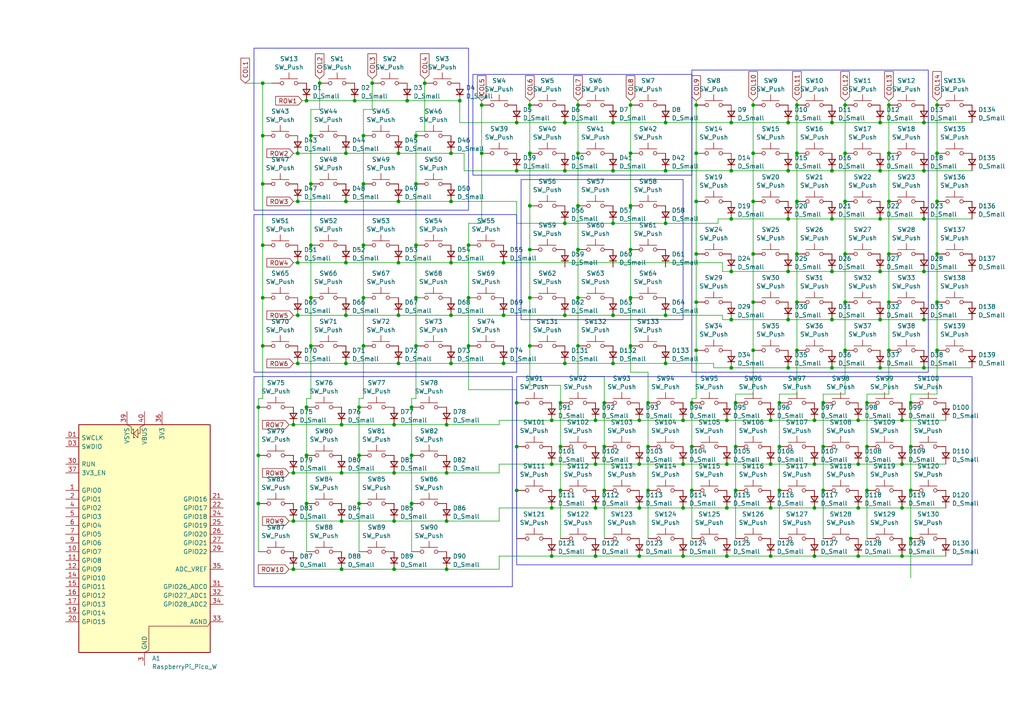
<source format=kicad_sch>
(kicad_sch (version 20250114) (generator "eeschema") (generator_version "9.0")
  (paper "A4")
  (rectangle (start 151.13 52.07) (end 198.12 92.71))
  (rectangle (start 149.86 109.22) (end 281.94 163.83))
  (rectangle (start 73.66 13.97) (end 135.89 60.96))
  (rectangle (start 73.66 62.23) (end 149.86 107.95))
  (rectangle (start 137.16 21.59) (end 200.66 50.8))
  (rectangle (start 200.66 20.32) (end 269.24 107.95))
  (rectangle (start 73.66 109.22) (end 148.59 170.18))
  (junction (at 120.65 53.34))
  (junction (at 201.93 44.45))
  (junction (at 245.11 30.48))
  (junction (at 201.93 58.42))
  (junction (at 76.2 86.36))
  (junction (at 200.66 129.54))
  (junction (at 133.35 29.21))
  (junction (at 105.41 53.34))
  (junction (at 210.82 121.92))
  (junction (at 85.09 137.16))
  (junction (at 90.17 53.34))
  (junction (at 86.36 91.44))
  (junction (at 177.8 64.77))
  (junction (at 139.7 44.45))
  (junction (at 135.89 100.33))
  (junction (at 115.57 105.41))
  (junction (at 213.36 142.24))
  (junction (at 74.93 132.08))
  (junction (at 198.12 121.92))
  (junction (at 267.97 92.71))
  (junction (at 114.3 137.16))
  (junction (at 102.87 29.21))
  (junction (at 271.78 73.66))
  (junction (at 248.92 147.32))
  (junction (at 231.14 58.42))
  (junction (at 172.72 134.62))
  (junction (at 228.6 106.68))
  (junction (at 88.9 146.05))
  (junction (at 153.67 30.48))
  (junction (at 129.54 137.16))
  (junction (at 163.83 49.53))
  (junction (at 223.52 147.32))
  (junction (at 255.27 78.74))
  (junction (at 236.22 121.92))
  (junction (at 153.67 44.45))
  (junction (at 228.6 92.71))
  (junction (at 130.81 58.42))
  (junction (at 193.04 49.53))
  (junction (at 88.9 118.11))
  (junction (at 104.14 132.08))
  (junction (at 182.88 72.39))
  (junction (at 231.14 44.45))
  (junction (at 172.72 121.92))
  (junction (at 257.81 87.63))
  (junction (at 245.11 58.42))
  (junction (at 86.36 76.2))
  (junction (at 231.14 73.66))
  (junction (at 201.93 30.48))
  (junction (at 182.88 30.48))
  (junction (at 255.27 106.68))
  (junction (at 241.3 63.5))
  (junction (at 167.64 59.69))
  (junction (at 267.97 49.53))
  (junction (at 212.09 49.53))
  (junction (at 182.88 59.69))
  (junction (at 245.11 44.45))
  (junction (at 76.2 100.33))
  (junction (at 255.27 35.56))
  (junction (at 153.67 59.69))
  (junction (at 212.09 63.5))
  (junction (at 100.33 44.45))
  (junction (at 115.57 91.44))
  (junction (at 200.66 142.24))
  (junction (at 167.64 72.39))
  (junction (at 267.97 78.74))
  (junction (at 118.11 29.21))
  (junction (at 212.09 35.56))
  (junction (at 271.78 30.48))
  (junction (at 187.96 129.54))
  (junction (at 149.86 116.84))
  (junction (at 193.04 105.41))
  (junction (at 182.88 86.36))
  (junction (at 198.12 161.29))
  (junction (at 162.56 129.54))
  (junction (at 228.6 63.5))
  (junction (at 175.26 129.54))
  (junction (at 218.44 101.6))
  (junction (at 267.97 63.5))
  (junction (at 241.3 78.74))
  (junction (at 210.82 147.32))
  (junction (at 241.3 106.68))
  (junction (at 201.93 101.6))
  (junction (at 248.92 121.92))
  (junction (at 201.93 87.63))
  (junction (at 198.12 147.32))
  (junction (at 218.44 30.48))
  (junction (at 245.11 87.63))
  (junction (at 218.44 44.45))
  (junction (at 100.33 76.2))
  (junction (at 74.93 146.05))
  (junction (at 120.65 39.37))
  (junction (at 88.9 29.21))
  (junction (at 255.27 63.5))
  (junction (at 210.82 134.62))
  (junction (at 119.38 146.05))
  (junction (at 163.83 91.44))
  (junction (at 177.8 35.56))
  (junction (at 248.92 134.62))
  (junction (at 105.41 86.36))
  (junction (at 74.93 118.11))
  (junction (at 187.96 116.84))
  (junction (at 162.56 142.24))
  (junction (at 160.02 161.29))
  (junction (at 85.09 151.13))
  (junction (at 185.42 147.32))
  (junction (at 213.36 129.54))
  (junction (at 100.33 105.41))
  (junction (at 245.11 101.6))
  (junction (at 146.05 105.41))
  (junction (at 153.67 86.36))
  (junction (at 153.67 72.39))
  (junction (at 104.14 146.05))
  (junction (at 163.83 64.77))
  (junction (at 130.81 91.44))
  (junction (at 99.06 165.1))
  (junction (at 248.92 161.29))
  (junction (at 187.96 142.24))
  (junction (at 212.09 78.74))
  (junction (at 251.46 129.54))
  (junction (at 135.89 86.36))
  (junction (at 100.33 91.44))
  (junction (at 238.76 142.24))
  (junction (at 119.38 118.11))
  (junction (at 163.83 105.41))
  (junction (at 210.82 161.29))
  (junction (at 212.09 106.68))
  (junction (at 255.27 92.71))
  (junction (at 99.06 123.19))
  (junction (at 146.05 91.44))
  (junction (at 271.78 87.63))
  (junction (at 218.44 73.66))
  (junction (at 167.64 30.48))
  (junction (at 172.72 161.29))
  (junction (at 167.64 44.45))
  (junction (at 105.41 100.33))
  (junction (at 251.46 142.24))
  (junction (at 226.06 142.24))
  (junction (at 226.06 129.54))
  (junction (at 85.09 165.1))
  (junction (at 105.41 39.37))
  (junction (at 114.3 151.13))
  (junction (at 223.52 121.92))
  (junction (at 213.36 116.84))
  (junction (at 218.44 58.42))
  (junction (at 129.54 123.19))
  (junction (at 261.62 161.29))
  (junction (at 115.57 58.42))
  (junction (at 130.81 76.2))
  (junction (at 223.52 134.62))
  (junction (at 231.14 30.48))
  (junction (at 261.62 147.32))
  (junction (at 172.72 147.32))
  (junction (at 90.17 71.12))
  (junction (at 231.14 101.6))
  (junction (at 139.7 30.48))
  (junction (at 185.42 134.62))
  (junction (at 212.09 92.71))
  (junction (at 115.57 76.2))
  (junction (at 185.42 161.29))
  (junction (at 160.02 134.62))
  (junction (at 193.04 64.77))
  (junction (at 149.86 129.54))
  (junction (at 160.02 147.32))
  (junction (at 92.71 24.13))
  (junction (at 257.81 73.66))
  (junction (at 88.9 132.08))
  (junction (at 238.76 129.54))
  (junction (at 177.8 91.44))
  (junction (at 130.81 105.41))
  (junction (at 107.95 24.13))
  (junction (at 223.52 161.29))
  (junction (at 149.86 35.56))
  (junction (at 182.88 44.45))
  (junction (at 264.16 142.24))
  (junction (at 129.54 151.13))
  (junction (at 175.26 142.24))
  (junction (at 182.88 100.33))
  (junction (at 193.04 91.44))
  (junction (at 255.27 49.53))
  (junction (at 241.3 49.53))
  (junction (at 228.6 78.74))
  (junction (at 135.89 71.12))
  (junction (at 114.3 123.19))
  (junction (at 90.17 86.36))
  (junction (at 267.97 106.68))
  (junction (at 228.6 35.56))
  (junction (at 120.65 71.12))
  (junction (at 100.33 58.42))
  (junction (at 123.19 24.13))
  (junction (at 129.54 165.1))
  (junction (at 177.8 105.41))
  (junction (at 149.86 49.53))
  (junction (at 120.65 100.33))
  (junction (at 228.6 49.53))
  (junction (at 76.2 24.13))
  (junction (at 261.62 134.62))
  (junction (at 257.81 30.48))
  (junction (at 119.38 132.08))
  (junction (at 105.41 71.12))
  (junction (at 236.22 147.32))
  (junction (at 162.56 116.84))
  (junction (at 231.14 87.63))
  (junction (at 201.93 73.66))
  (junction (at 264.16 116.84))
  (junction (at 76.2 53.34))
  (junction (at 241.3 92.71))
  (junction (at 153.67 100.33))
  (junction (at 200.66 116.84))
  (junction (at 85.09 123.19))
  (junction (at 261.62 121.92))
  (junction (at 76.2 71.12))
  (junction (at 90.17 100.33))
  (junction (at 90.17 39.37))
  (junction (at 160.02 121.92))
  (junction (at 264.16 156.21))
  (junction (at 86.36 58.42))
  (junction (at 76.2 39.37))
  (junction (at 175.26 116.84))
  (junction (at 130.81 44.45))
  (junction (at 177.8 49.53))
  (junction (at 167.64 86.36))
  (junction (at 271.78 101.6))
  (junction (at 149.86 142.24))
  (junction (at 146.05 76.2))
  (junction (at 257.81 58.42))
  (junction (at 271.78 44.45))
  (junction (at 267.97 35.56))
  (junction (at 226.06 116.84))
  (junction (at 236.22 161.29))
  (junction (at 185.42 121.92))
  (junction (at 167.64 100.33))
  (junction (at 120.65 86.36))
  (junction (at 99.06 151.13))
  (junction (at 193.04 35.56))
  (junction (at 251.46 116.84))
  (junction (at 99.06 137.16))
  (junction (at 264.16 129.54))
  (junction (at 245.11 73.66))
  (junction (at 236.22 134.62))
  (junction (at 86.36 105.41))
  (junction (at 114.3 165.1))
  (junction (at 218.44 87.63))
  (junction (at 198.12 134.62))
  (junction (at 104.14 118.11))
  (junction (at 163.83 35.56))
  (junction (at 238.76 116.84))
  (junction (at 241.3 35.56))
  (junction (at 257.81 44.45))
  (junction (at 257.81 101.6))
  (junction (at 115.57 44.45))
  (junction (at 271.78 58.42))
  (junction (at 86.36 44.45))
  (wire (pts (xy 139.7 64.77) (xy 135.89 64.77)))
  (wire (pts (xy 105.41 115.57) (xy 104.14 115.57)))
  (wire (pts (xy 163.83 91.44) (xy 177.8 91.44)))
  (wire (pts (xy 139.7 44.45) (xy 139.7 64.77)))
  (wire (pts (xy 78.74 24.13) (xy 76.2 24.13)))
  (wire (pts (xy 119.38 115.57) (xy 119.38 118.11)))
  (wire (pts (xy 120.65 39.37) (xy 120.65 53.34)))
  (wire (pts (xy 185.42 121.92) (xy 198.12 121.92)))
  (wire (pts (xy 208.28 63.5) (xy 212.09 63.5)))
  (wire (pts (xy 261.62 161.29) (xy 274.32 161.29)))
  (wire (pts (xy 248.92 147.32) (xy 261.62 147.32)))
  (wire (pts (xy 177.8 35.56) (xy 193.04 35.56)))
  (wire (pts (xy 104.14 146.05) (xy 104.14 160.02)))
  (wire (pts (xy 92.71 24.13) (xy 92.71 31.75)))
  (wire (pts (xy 115.57 58.42) (xy 130.81 58.42)))
  (wire (pts (xy 135.89 86.36) (xy 135.89 100.33)))
  (wire (pts (xy 231.14 58.42) (xy 231.14 73.66)))
  (wire (pts (xy 86.36 76.2) (xy 100.33 76.2)))
  (wire (pts (xy 129.54 137.16) (xy 144.78 137.16)))
  (wire (pts (xy 271.78 29.21) (xy 271.78 30.48)))
  (wire (pts (xy 130.81 58.42) (xy 149.86 58.42)))
  (wire (pts (xy 115.57 91.44) (xy 130.81 91.44)))
  (wire (pts (xy 92.71 22.86) (xy 92.71 24.13)))
  (wire (pts (xy 228.6 106.68) (xy 241.3 106.68)))
  (wire (pts (xy 139.7 29.21) (xy 139.7 30.48)))
  (wire (pts (xy 255.27 35.56) (xy 267.97 35.56)))
  (wire (pts (xy 257.81 73.66) (xy 257.81 87.63)))
  (wire (pts (xy 160.02 147.32) (xy 172.72 147.32)))
  (wire (pts (xy 104.14 118.11) (xy 104.14 132.08)))
  (wire (pts (xy 198.12 121.92) (xy 210.82 121.92)))
  (wire (pts (xy 76.2 39.37) (xy 76.2 53.34)))
  (wire (pts (xy 193.04 91.44) (xy 209.55 91.44)))
  (wire (pts (xy 74.93 146.05) (xy 74.93 160.02)))
  (wire (pts (xy 200.66 142.24) (xy 200.66 156.21)))
  (wire (pts (xy 119.38 146.05) (xy 119.38 160.02)))
  (wire (pts (xy 218.44 29.21) (xy 218.44 30.48)))
  (wire (pts (xy 105.41 53.34) (xy 105.41 71.12)))
  (wire (pts (xy 86.36 44.45) (xy 100.33 44.45)))
  (wire (pts (xy 92.71 31.75) (xy 90.17 31.75)))
  (wire (pts (xy 193.04 49.53) (xy 212.09 49.53)))
  (wire (pts (xy 245.11 30.48) (xy 245.11 44.45)))
  (wire (pts (xy 115.57 76.2) (xy 130.81 76.2)))
  (wire (pts (xy 86.36 91.44) (xy 100.33 91.44)))
  (wire (pts (xy 223.52 161.29) (xy 236.22 161.29)))
  (wire (pts (xy 187.96 142.24) (xy 187.96 156.21)))
  (wire (pts (xy 228.6 92.71) (xy 241.3 92.71)))
  (wire (pts (xy 218.44 73.66) (xy 218.44 87.63)))
  (wire (pts (xy 198.12 161.29) (xy 210.82 161.29)))
  (wire (pts (xy 201.93 44.45) (xy 201.93 58.42)))
  (wire (pts (xy 207.01 105.41) (xy 207.01 106.68)))
  (wire (pts (xy 135.89 100.33) (xy 135.89 113.03)))
  (wire (pts (xy 231.14 44.45) (xy 231.14 58.42)))
  (wire (pts (xy 167.64 72.39) (xy 167.64 86.36)))
  (wire (pts (xy 100.33 58.42) (xy 115.57 58.42)))
  (wire (pts (xy 114.3 137.16) (xy 129.54 137.16)))
  (wire (pts (xy 271.78 58.42) (xy 271.78 73.66)))
  (wire (pts (xy 245.11 87.63) (xy 245.11 101.6)))
  (wire (pts (xy 257.81 44.45) (xy 257.81 58.42)))
  (wire (pts (xy 149.86 64.77) (xy 163.83 64.77)))
  (wire (pts (xy 153.67 30.48) (xy 153.67 44.45)))
  (wire (pts (xy 88.9 118.11) (xy 88.9 132.08)))
  (wire (pts (xy 182.88 29.21) (xy 182.88 30.48)))
  (wire (pts (xy 248.92 121.92) (xy 261.62 121.92)))
  (wire (pts (xy 267.97 78.74) (xy 281.94 78.74)))
  (wire (pts (xy 88.9 146.05) (xy 88.9 160.02)))
  (wire (pts (xy 160.02 161.29) (xy 172.72 161.29)))
  (wire (pts (xy 241.3 106.68) (xy 255.27 106.68)))
  (wire (pts (xy 76.2 115.57) (xy 74.93 115.57)))
  (wire (pts (xy 149.86 58.42) (xy 149.86 64.77)))
  (wire (pts (xy 228.6 49.53) (xy 241.3 49.53)))
  (wire (pts (xy 245.11 114.3) (xy 238.76 114.3)))
  (wire (pts (xy 107.95 31.75) (xy 105.41 31.75)))
  (wire (pts (xy 114.3 151.13) (xy 129.54 151.13)))
  (wire (pts (xy 177.8 105.41) (xy 193.04 105.41)))
  (wire (pts (xy 267.97 106.68) (xy 281.94 106.68)))
  (wire (pts (xy 241.3 78.74) (xy 255.27 78.74)))
  (wire (pts (xy 167.64 100.33) (xy 167.64 109.22)))
  (wire (pts (xy 185.42 134.62) (xy 198.12 134.62)))
  (wire (pts (xy 255.27 106.68) (xy 267.97 106.68)))
  (wire (pts (xy 200.66 129.54) (xy 200.66 142.24)))
  (wire (pts (xy 208.28 64.77) (xy 208.28 63.5)))
  (wire (pts (xy 85.09 105.41) (xy 86.36 105.41)))
  (wire (pts (xy 88.9 132.08) (xy 88.9 146.05)))
  (wire (pts (xy 193.04 64.77) (xy 208.28 64.77)))
  (wire (pts (xy 241.3 35.56) (xy 255.27 35.56)))
  (wire (pts (xy 185.42 161.29) (xy 198.12 161.29)))
  (wire (pts (xy 271.78 101.6) (xy 271.78 114.3)))
  (wire (pts (xy 144.78 137.16) (xy 144.78 134.62)))
  (wire (pts (xy 209.55 76.2) (xy 209.55 78.74)))
  (wire (pts (xy 74.93 132.08) (xy 74.93 146.05)))
  (wire (pts (xy 120.65 71.12) (xy 120.65 86.36)))
  (wire (pts (xy 163.83 49.53) (xy 177.8 49.53)))
  (wire (pts (xy 162.56 142.24) (xy 162.56 156.21)))
  (wire (pts (xy 238.76 114.3) (xy 238.76 116.84)))
  (wire (pts (xy 198.12 134.62) (xy 210.82 134.62)))
  (wire (pts (xy 160.02 134.62) (xy 172.72 134.62)))
  (wire (pts (xy 105.41 100.33) (xy 105.41 115.57)))
  (wire (pts (xy 120.65 100.33) (xy 120.65 115.57)))
  (wire (pts (xy 248.92 161.29) (xy 261.62 161.29)))
  (wire (pts (xy 245.11 29.21) (xy 245.11 30.48)))
  (wire (pts (xy 149.86 129.54) (xy 149.86 142.24)))
  (wire (pts (xy 182.88 86.36) (xy 182.88 100.33)))
  (wire (pts (xy 257.81 114.3) (xy 251.46 114.3)))
  (wire (pts (xy 212.09 106.68) (xy 228.6 106.68)))
  (wire (pts (xy 257.81 101.6) (xy 257.81 114.3)))
  (wire (pts (xy 261.62 134.62) (xy 274.32 134.62)))
  (wire (pts (xy 120.65 53.34) (xy 120.65 71.12)))
  (wire (pts (xy 228.6 78.74) (xy 241.3 78.74)))
  (wire (pts (xy 129.54 123.19) (xy 144.78 123.19)))
  (wire (pts (xy 185.42 147.32) (xy 198.12 147.32)))
  (wire (pts (xy 264.16 116.84) (xy 264.16 129.54)))
  (wire (pts (xy 187.96 107.95) (xy 187.96 116.84)))
  (wire (pts (xy 251.46 129.54) (xy 251.46 142.24)))
  (wire (pts (xy 85.09 151.13) (xy 99.06 151.13)))
  (wire (pts (xy 267.97 63.5) (xy 281.94 63.5)))
  (wire (pts (xy 85.09 76.2) (xy 86.36 76.2)))
  (wire (pts (xy 201.93 58.42) (xy 201.93 73.66)))
  (wire (pts (xy 99.06 137.16) (xy 114.3 137.16)))
  (wire (pts (xy 120.65 115.57) (xy 119.38 115.57)))
  (wire (pts (xy 85.09 58.42) (xy 86.36 58.42)))
  (wire (pts (xy 167.64 44.45) (xy 167.64 59.69)))
  (wire (pts (xy 144.78 147.32) (xy 160.02 147.32)))
  (wire (pts (xy 100.33 76.2) (xy 115.57 76.2)))
  (wire (pts (xy 135.89 71.12) (xy 135.89 86.36)))
  (wire (pts (xy 218.44 101.6) (xy 218.44 114.3)))
  (wire (pts (xy 212.09 92.71) (xy 228.6 92.71)))
  (wire (pts (xy 241.3 49.53) (xy 255.27 49.53)))
  (wire (pts (xy 231.14 29.21) (xy 231.14 30.48)))
  (wire (pts (xy 85.09 91.44) (xy 86.36 91.44)))
  (wire (pts (xy 212.09 78.74) (xy 228.6 78.74)))
  (wire (pts (xy 162.56 116.84) (xy 162.56 129.54)))
  (wire (pts (xy 267.97 35.56) (xy 281.94 35.56)))
  (wire (pts (xy 226.06 129.54) (xy 226.06 142.24)))
  (wire (pts (xy 231.14 30.48) (xy 231.14 44.45)))
  (wire (pts (xy 118.11 29.21) (xy 133.35 29.21)))
  (wire (pts (xy 71.12 24.13) (xy 76.2 24.13)))
  (wire (pts (xy 201.93 30.48) (xy 201.93 44.45)))
  (wire (pts (xy 210.82 121.92) (xy 223.52 121.92)))
  (wire (pts (xy 241.3 63.5) (xy 255.27 63.5)))
  (wire (pts (xy 119.38 118.11) (xy 119.38 132.08)))
  (wire (pts (xy 200.66 116.84) (xy 200.66 129.54)))
  (wire (pts (xy 100.33 44.45) (xy 115.57 44.45)))
  (wire (pts (xy 251.46 142.24) (xy 251.46 156.21)))
  (wire (pts (xy 226.06 142.24) (xy 226.06 156.21)))
  (wire (pts (xy 236.22 121.92) (xy 248.92 121.92)))
  (wire (pts (xy 261.62 147.32) (xy 274.32 147.32)))
  (wire (pts (xy 213.36 142.24) (xy 213.36 156.21)))
  (wire (pts (xy 149.86 35.56) (xy 163.83 35.56)))
  (wire (pts (xy 212.09 35.56) (xy 228.6 35.56)))
  (wire (pts (xy 83.82 137.16) (xy 85.09 137.16)))
  (wire (pts (xy 175.26 142.24) (xy 175.26 156.21)))
  (wire (pts (xy 251.46 116.84) (xy 251.46 129.54)))
  (wire (pts (xy 210.82 147.32) (xy 223.52 147.32)))
  (wire (pts (xy 144.78 151.13) (xy 144.78 147.32)))
  (wire (pts (xy 100.33 91.44) (xy 115.57 91.44)))
  (wire (pts (xy 209.55 78.74) (xy 212.09 78.74)))
  (wire (pts (xy 130.81 105.41) (xy 146.05 105.41)))
  (wire (pts (xy 76.2 71.12) (xy 76.2 86.36)))
  (wire (pts (xy 172.72 121.92) (xy 185.42 121.92)))
  (wire (pts (xy 264.16 142.24) (xy 264.16 156.21)))
  (wire (pts (xy 99.06 165.1) (xy 114.3 165.1)))
  (wire (pts (xy 236.22 147.32) (xy 248.92 147.32)))
  (wire (pts (xy 213.36 114.3) (xy 213.36 116.84)))
  (wire (pts (xy 120.65 86.36) (xy 120.65 100.33)))
  (wire (pts (xy 100.33 105.41) (xy 115.57 105.41)))
  (wire (pts (xy 104.14 115.57) (xy 104.14 118.11)))
  (wire (pts (xy 102.87 29.21) (xy 118.11 29.21)))
  (wire (pts (xy 114.3 165.1) (xy 129.54 165.1)))
  (wire (pts (xy 187.96 129.54) (xy 187.96 142.24)))
  (wire (pts (xy 271.78 114.3) (xy 264.16 114.3)))
  (wire (pts (xy 167.64 59.69) (xy 167.64 72.39)))
  (wire (pts (xy 76.2 53.34) (xy 76.2 71.12)))
  (wire (pts (xy 144.78 165.1) (xy 144.78 161.29)))
  (wire (pts (xy 130.81 44.45) (xy 134.62 44.45)))
  (wire (pts (xy 218.44 58.42) (xy 218.44 73.66)))
  (wire (pts (xy 139.7 30.48) (xy 139.7 44.45)))
  (wire (pts (xy 231.14 101.6) (xy 231.14 114.3)))
  (wire (pts (xy 182.88 59.69) (xy 182.88 72.39)))
  (wire (pts (xy 218.44 44.45) (xy 218.44 58.42)))
  (wire (pts (xy 218.44 87.63) (xy 218.44 101.6)))
  (wire (pts (xy 90.17 31.75) (xy 90.17 39.37)))
  (wire (pts (xy 209.55 92.71) (xy 212.09 92.71)))
  (wire (pts (xy 201.93 101.6) (xy 201.93 115.57)))
  (wire (pts (xy 255.27 49.53) (xy 267.97 49.53)))
  (wire (pts (xy 153.67 111.76) (xy 162.56 111.76)))
  (wire (pts (xy 245.11 44.45) (xy 245.11 58.42)))
  (wire (pts (xy 175.26 109.22) (xy 175.26 116.84)))
  (wire (pts (xy 201.93 73.66) (xy 201.93 87.63)))
  (wire (pts (xy 228.6 35.56) (xy 241.3 35.56)))
  (wire (pts (xy 201.93 115.57) (xy 200.66 115.57)))
  (wire (pts (xy 212.09 49.53) (xy 228.6 49.53)))
  (wire (pts (xy 200.66 115.57) (xy 200.66 116.84)))
  (wire (pts (xy 90.17 53.34) (xy 90.17 71.12)))
  (wire (pts (xy 134.62 44.45) (xy 134.62 49.53)))
  (wire (pts (xy 90.17 86.36) (xy 90.17 100.33)))
  (wire (pts (xy 226.06 116.84) (xy 226.06 129.54)))
  (wire (pts (xy 228.6 63.5) (xy 241.3 63.5)))
  (wire (pts (xy 264.16 114.3) (xy 264.16 116.84)))
  (wire (pts (xy 167.64 30.48) (xy 167.64 44.45)))
  (wire (pts (xy 85.09 123.19) (xy 99.06 123.19)))
  (wire (pts (xy 123.19 22.86) (xy 123.19 24.13)))
  (wire (pts (xy 86.36 58.42) (xy 100.33 58.42)))
  (wire (pts (xy 99.06 123.19) (xy 114.3 123.19)))
  (wire (pts (xy 231.14 87.63) (xy 231.14 101.6)))
  (wire (pts (xy 223.52 147.32) (xy 236.22 147.32)))
  (wire (pts (xy 223.52 134.62) (xy 236.22 134.62)))
  (wire (pts (xy 267.97 49.53) (xy 281.94 49.53)))
  (wire (pts (xy 162.56 129.54) (xy 162.56 142.24)))
  (wire (pts (xy 133.35 29.21) (xy 133.35 35.56)))
  (wire (pts (xy 163.83 35.56) (xy 177.8 35.56)))
  (wire (pts (xy 241.3 92.71) (xy 255.27 92.71)))
  (wire (pts (xy 172.72 161.29) (xy 185.42 161.29)))
  (wire (pts (xy 146.05 105.41) (xy 163.83 105.41)))
  (wire (pts (xy 172.72 147.32) (xy 185.42 147.32)))
  (wire (pts (xy 85.09 44.45) (xy 86.36 44.45)))
  (wire (pts (xy 90.17 39.37) (xy 90.17 53.34)))
  (wire (pts (xy 245.11 101.6) (xy 245.11 114.3)))
  (wire (pts (xy 248.92 134.62) (xy 261.62 134.62)))
  (wire (pts (xy 223.52 121.92) (xy 236.22 121.92)))
  (wire (pts (xy 115.57 44.45) (xy 130.81 44.45)))
  (wire (pts (xy 207.01 106.68) (xy 212.09 106.68)))
  (wire (pts (xy 182.88 107.95) (xy 187.96 107.95)))
  (wire (pts (xy 255.27 63.5) (xy 267.97 63.5)))
  (wire (pts (xy 144.78 161.29) (xy 160.02 161.29)))
  (wire (pts (xy 238.76 116.84) (xy 238.76 129.54)))
  (wire (pts (xy 83.82 123.19) (xy 85.09 123.19)))
  (wire (pts (xy 210.82 134.62) (xy 223.52 134.62)))
  (wire (pts (xy 74.93 115.57) (xy 74.93 118.11)))
  (wire (pts (xy 193.04 105.41) (xy 207.01 105.41)))
  (wire (pts (xy 175.26 129.54) (xy 175.26 142.24)))
  (wire (pts (xy 255.27 92.71) (xy 267.97 92.71)))
  (wire (pts (xy 123.19 24.13) (xy 123.19 38.1)))
  (wire (pts (xy 261.62 121.92) (xy 274.32 121.92)))
  (wire (pts (xy 251.46 114.3) (xy 251.46 116.84)))
  (wire (pts (xy 134.62 49.53) (xy 149.86 49.53)))
  (wire (pts (xy 257.81 30.48) (xy 257.81 44.45)))
  (wire (pts (xy 88.9 29.21) (xy 102.87 29.21)))
  (wire (pts (xy 167.64 29.21) (xy 167.64 30.48)))
  (wire (pts (xy 107.95 24.13) (xy 107.95 31.75)))
  (wire (pts (xy 133.35 35.56) (xy 149.86 35.56)))
  (wire (pts (xy 245.11 58.42) (xy 245.11 73.66)))
  (wire (pts (xy 182.88 30.48) (xy 182.88 44.45)))
  (wire (pts (xy 153.67 44.45) (xy 153.67 59.69)))
  (wire (pts (xy 267.97 92.71) (xy 281.94 92.71)))
  (wire (pts (xy 105.41 31.75) (xy 105.41 39.37)))
  (wire (pts (xy 257.81 29.21) (xy 257.81 30.48)))
  (wire (pts (xy 85.09 137.16) (xy 99.06 137.16)))
  (wire (pts (xy 86.36 105.41) (xy 100.33 105.41)))
  (wire (pts (xy 83.82 165.1) (xy 85.09 165.1)))
  (wire (pts (xy 87.63 29.21) (xy 88.9 29.21)))
  (wire (pts (xy 210.82 161.29) (xy 223.52 161.29)))
  (wire (pts (xy 271.78 73.66) (xy 271.78 87.63)))
  (wire (pts (xy 160.02 121.92) (xy 172.72 121.92)))
  (wire (pts (xy 264.16 156.21) (xy 264.16 167.64)))
  (wire (pts (xy 175.26 116.84) (xy 175.26 129.54)))
  (wire (pts (xy 213.36 129.54) (xy 213.36 142.24)))
  (wire (pts (xy 201.93 87.63) (xy 201.93 101.6)))
  (wire (pts (xy 153.67 86.36) (xy 153.67 100.33)))
  (wire (pts (xy 130.81 91.44) (xy 146.05 91.44)))
  (wire (pts (xy 99.06 151.13) (xy 114.3 151.13)))
  (wire (pts (xy 198.12 147.32) (xy 210.82 147.32)))
  (wire (pts (xy 146.05 76.2) (xy 209.55 76.2)))
  (wire (pts (xy 146.05 91.44) (xy 163.83 91.44)))
  (wire (pts (xy 182.88 44.45) (xy 182.88 59.69)))
  (wire (pts (xy 167.64 109.22) (xy 175.26 109.22)))
  (wire (pts (xy 153.67 100.33) (xy 153.67 111.76)))
  (wire (pts (xy 162.56 111.76) (xy 162.56 116.84)))
  (wire (pts (xy 153.67 72.39) (xy 153.67 86.36)))
  (wire (pts (xy 255.27 78.74) (xy 267.97 78.74)))
  (wire (pts (xy 257.81 58.42) (xy 257.81 73.66)))
  (wire (pts (xy 238.76 142.24) (xy 238.76 156.21)))
  (wire (pts (xy 135.89 64.77) (xy 135.89 71.12)))
  (wire (pts (xy 149.86 49.53) (xy 163.83 49.53)))
  (wire (pts (xy 76.2 24.13) (xy 76.2 39.37)))
  (wire (pts (xy 115.57 105.41) (xy 130.81 105.41)))
  (wire (pts (xy 245.11 73.66) (xy 245.11 87.63)))
  (wire (pts (xy 105.41 39.37) (xy 105.41 53.34)))
  (wire (pts (xy 149.86 116.84) (xy 149.86 129.54)))
  (wire (pts (xy 90.17 115.57) (xy 88.9 115.57)))
  (wire (pts (xy 129.54 165.1) (xy 144.78 165.1)))
  (wire (pts (xy 104.14 132.08) (xy 104.14 146.05)))
  (wire (pts (xy 135.89 113.03) (xy 149.86 113.03)))
  (wire (pts (xy 187.96 116.84) (xy 187.96 129.54)))
  (wire (pts (xy 264.16 129.54) (xy 264.16 142.24)))
  (wire (pts (xy 182.88 100.33) (xy 182.88 107.95)))
  (wire (pts (xy 153.67 59.69) (xy 153.67 72.39)))
  (wire (pts (xy 144.78 123.19) (xy 144.78 121.92)))
  (wire (pts (xy 218.44 114.3) (xy 213.36 114.3)))
  (wire (pts (xy 172.72 134.62) (xy 185.42 134.62)))
  (wire (pts (xy 85.09 165.1) (xy 99.06 165.1)))
  (wire (pts (xy 76.2 100.33) (xy 76.2 115.57)))
  (wire (pts (xy 107.95 22.86) (xy 107.95 24.13)))
  (wire (pts (xy 167.64 86.36) (xy 167.64 100.33)))
  (wire (pts (xy 226.06 114.3) (xy 226.06 116.84)))
  (wire (pts (xy 153.67 29.21) (xy 153.67 30.48)))
  (wire (pts (xy 271.78 87.63) (xy 271.78 101.6)))
  (wire (pts (xy 105.41 71.12) (xy 105.41 86.36)))
  (wire (pts (xy 238.76 129.54) (xy 238.76 142.24)))
  (wire (pts (xy 236.22 134.62) (xy 248.92 134.62)))
  (wire (pts (xy 130.81 76.2) (xy 146.05 76.2)))
  (wire (pts (xy 163.83 64.77) (xy 177.8 64.77)))
  (wire (pts (xy 257.81 87.63) (xy 257.81 101.6)))
  (wire (pts (xy 163.83 105.41) (xy 177.8 105.41)))
  (wire (pts (xy 236.22 161.29) (xy 248.92 161.29)))
  (wire (pts (xy 149.86 113.03) (xy 149.86 116.84)))
  (wire (pts (xy 218.44 30.48) (xy 218.44 44.45)))
  (wire (pts (xy 177.8 91.44) (xy 193.04 91.44)))
  (wire (pts (xy 177.8 64.77) (xy 193.04 64.77)))
  (wire (pts (xy 144.78 134.62) (xy 160.02 134.62)))
  (wire (pts (xy 105.41 86.36) (xy 105.41 100.33)))
  (wire (pts (xy 271.78 30.48) (xy 271.78 44.45)))
  (wire (pts (xy 129.54 151.13) (xy 144.78 151.13)))
  (wire (pts (xy 123.19 38.1) (xy 120.65 38.1)))
  (wire (pts (xy 231.14 73.66) (xy 231.14 87.63)))
  (wire (pts (xy 88.9 115.57) (xy 88.9 118.11)))
  (wire (pts (xy 231.14 114.3) (xy 226.06 114.3)))
  (wire (pts (xy 212.09 63.5) (xy 228.6 63.5)))
  (wire (pts (xy 83.82 151.13) (xy 85.09 151.13)))
  (wire (pts (xy 119.38 132.08) (xy 119.38 146.05)))
  (wire (pts (xy 213.36 116.84) (xy 213.36 129.54)))
  (wire (pts (xy 74.93 118.11) (xy 74.93 132.08)))
  (wire (pts (xy 201.93 29.21) (xy 201.93 30.48)))
  (wire (pts (xy 90.17 71.12) (xy 90.17 86.36)))
  (wire (pts (xy 182.88 72.39) (xy 182.88 86.36)))
  (wire (pts (xy 114.3 123.19) (xy 129.54 123.19)))
  (wire (pts (xy 209.55 91.44) (xy 209.55 92.71)))
  (wire (pts (xy 76.2 86.36) (xy 76.2 100.33)))
  (wire (pts (xy 120.65 38.1) (xy 120.65 39.37)))
  (wire (pts (xy 177.8 49.53) (xy 193.04 49.53)))
  (wire (pts (xy 149.86 142.24) (xy 149.86 156.21)))
  (wire (pts (xy 271.78 44.45) (xy 271.78 58.42)))
  (wire (pts (xy 193.04 35.56) (xy 212.09 35.56)))
  (wire (pts (xy 144.78 121.92) (xy 160.02 121.92)))
  (wire (pts (xy 90.17 100.33) (xy 90.17 115.57)))
  (global_label "ROW10" (shape input) (at 83.82 165.1 180) (property "Intersheetrefs" "${INTERSHEET_REFS}" (effects (hide yes))))
  (global_label "COL3" (shape input) (at 107.95 22.86 90) (property "Intersheetrefs" "${INTERSHEET_REFS}" (effects (hide yes))))
  (global_label "COL6" (shape input) (at 153.67 29.21 90) (property "Intersheetrefs" "${INTERSHEET_REFS}" (effects (hide yes))))
  (global_label "ROW5" (shape input) (at 85.09 91.44 180) (property "Intersheetrefs" "${INTERSHEET_REFS}" (effects (hide yes))))
  (global_label "COL1" (shape input) (at 71.12 24.13 90) (property "Intersheetrefs" "${INTERSHEET_REFS}" (effects (hide yes))))
  (global_label "COL5" (shape input) (at 139.7 29.21 90) (property "Intersheetrefs" "${INTERSHEET_REFS}" (effects (hide yes))))
  (global_label "COL11" (shape input) (at 231.14 29.21 90) (property "Intersheetrefs" "${INTERSHEET_REFS}" (effects (hide yes))))
  (global_label "COL2" (shape input) (at 92.71 22.86 90) (property "Intersheetrefs" "${INTERSHEET_REFS}" (effects (hide yes))))
  (global_label "ROW6" (shape input) (at 85.09 105.41 180) (property "Intersheetrefs" "${INTERSHEET_REFS}" (effects (hide yes))))
  (global_label "COL13" (shape input) (at 257.81 29.21 90) (property "Intersheetrefs" "${INTERSHEET_REFS}" (effects (hide yes))))
  (global_label "COL14" (shape input) (at 271.78 29.21 90) (property "Intersheetrefs" "${INTERSHEET_REFS}" (effects (hide yes))))
  (global_label "ROW8" (shape input) (at 83.82 137.16 180) (property "Intersheetrefs" "${INTERSHEET_REFS}" (effects (hide yes))))
  (global_label "ROW1" (shape input) (at 87.63 29.21 180) (property "Intersheetrefs" "${INTERSHEET_REFS}" (effects (hide yes))))
  (global_label "COL9" (shape input) (at 201.93 29.21 90) (property "Intersheetrefs" "${INTERSHEET_REFS}" (effects (hide yes))))
  (global_label "ROW7" (shape input) (at 83.82 123.19 180) (property "Intersheetrefs" "${INTERSHEET_REFS}" (effects (hide yes))))
  (global_label "COL8" (shape input) (at 182.88 29.21 90) (property "Intersheetrefs" "${INTERSHEET_REFS}" (effects (hide yes))))
  (global_label "ROW3" (shape input) (at 85.09 58.42 180) (property "Intersheetrefs" "${INTERSHEET_REFS}" (effects (hide yes))))
  (global_label "ROW4" (shape input) (at 85.09 76.2 180) (property "Intersheetrefs" "${INTERSHEET_REFS}" (effects (hide yes))))
  (global_label "COL10" (shape input) (at 218.44 29.21 90) (property "Intersheetrefs" "${INTERSHEET_REFS}" (effects (hide yes))))
  (global_label "COL7" (shape input) (at 167.64 29.21 90) (property "Intersheetrefs" "${INTERSHEET_REFS}" (effects (hide yes))))
  (global_label "ROW2" (shape input) (at 85.09 44.45 180) (property "Intersheetrefs" "${INTERSHEET_REFS}" (effects (hide yes))))
  (global_label "COL4" (shape input) (at 123.19 22.86 90) (property "Intersheetrefs" "${INTERSHEET_REFS}" (effects (hide yes))))
  (global_label "COL12" (shape input) (at 245.11 29.21 90) (property "Intersheetrefs" "${INTERSHEET_REFS}" (effects (hide yes))))
  (global_label "ROW9" (shape input) (at 83.82 151.13 180) (property "Intersheetrefs" "${INTERSHEET_REFS}" (effects (hide yes))))
  (symbol (lib_id "Switch:SW_Push") (at 223.52 101.6 0) (unit 1)
    (property "Reference" "SW35" (at 223.52 94.5345 0))
    (property "Value" "SW_Push" (at 223.52 96.9588 0))
    (property "Footprint" "PCM_Switch_Keyboard_Hybrid:SW_Hybrid_Cherry_MX_Alps_1.00u" (effects (hide yes)))
    (property "Description" "Push button switch, generic, two pins" (effects (hide yes)))
  )
  (symbol (lib_id "Device:D_Small") (at 236.22 119.38 90) (unit 1)
    (property "Reference" "D97" (at 237.998 118.1678 90) (effects (justify right)))
    (property "Value" "D_Small" (at 237.998 120.5921 90) (effects (justify right)))
    (property "Footprint" "Diode_SMD:D_SOT-23_MMDB4148_BAS21_BAT54" (effects (hide yes)))
    (property "Description" "Diode, small symbol" (effects (hide yes)))
    (property "Sim.Device" "D" (effects (hide yes)))
    (property "Sim.Pins" "1=K 2=A" (effects (hide yes)))
  )
  (symbol (lib_id "Switch:SW_Push") (at 223.52 44.45 0) (unit 1)
    (property "Reference" "SW15" (at 223.52 37.3845 0))
    (property "Value" "SW_Push" (at 223.52 39.8088 0))
    (property "Footprint" "PCM_Switch_Keyboard_Hybrid:SW_Hybrid_Cherry_MX_Alps_1.00u" (effects (hide yes)))
    (property "Description" "Push button switch, generic, two pins" (effects (hide yes)))
  )
  (symbol (lib_id "Switch:SW_Push") (at 207.01 73.66 0) (unit 1)
    (property "Reference" "SW24" (at 207.01 66.5945 0))
    (property "Value" "SW_Push" (at 207.01 69.0188 0))
    (property "Footprint" "PCM_Switch_Keyboard_Hybrid:SW_Hybrid_Cherry_MX_Alps_1.00u" (effects (hide yes)))
    (property "Description" "Push button switch, generic, two pins" (effects (hide yes)))
  )
  (symbol (lib_id "Device:D_Small") (at 130.81 41.91 90) (unit 1)
    (property "Reference" "D46" (at 132.588 40.6978 90) (effects (justify right)))
    (property "Value" "D_Small" (at 132.588 43.1221 90) (effects (justify right)))
    (property "Footprint" "Diode_SMD:D_SOT-23_MMDB4148_BAS21_BAT54" (effects (hide yes)))
    (property "Description" "Diode, small symbol" (effects (hide yes)))
    (property "Sim.Device" "D" (effects (hide yes)))
    (property "Sim.Pins" "1=K 2=A" (effects (hide yes)))
  )
  (symbol (lib_id "Device:D_Small") (at 172.72 132.08 90) (unit 1)
    (property "Reference" "D102" (at 174.498 130.8678 90) (effects (justify right)))
    (property "Value" "D_Small" (at 174.498 133.2921 90) (effects (justify right)))
    (property "Footprint" "Diode_SMD:D_SOT-23_MMDB4148_BAS21_BAT54" (effects (hide yes)))
    (property "Description" "Diode, small symbol" (effects (hide yes)))
    (property "Sim.Device" "D" (effects (hide yes)))
    (property "Sim.Pins" "1=K 2=A" (effects (hide yes)))
  )
  (symbol (lib_id "Device:D_Small") (at 223.52 144.78 90) (unit 1)
    (property "Reference" "D116" (at 225.298 143.5678 90) (effects (justify right)))
    (property "Value" "D_Small" (at 225.298 145.9921 90) (effects (justify right)))
    (property "Footprint" "Diode_SMD:D_SOT-23_MMDB4148_BAS21_BAT54" (effects (hide yes)))
    (property "Description" "Diode, small symbol" (effects (hide yes)))
    (property "Sim.Device" "D" (effects (hide yes)))
    (property "Sim.Pins" "1=K 2=A" (effects (hide yes)))
  )
  (symbol (lib_id "Device:D_Small") (at 177.8 88.9 90) (unit 1)
    (property "Reference" "D63" (at 179.578 87.6878 90) (effects (justify right)))
    (property "Value" "D_Small" (at 179.578 90.1121 90) (effects (justify right)))
    (property "Footprint" "Diode_SMD:D_SOT-23_MMDB4148_BAS21_BAT54" (effects (hide yes)))
    (property "Description" "Diode, small symbol" (effects (hide yes)))
    (property "Sim.Device" "D" (effects (hide yes)))
    (property "Sim.Pins" "1=K 2=A" (effects (hide yes)))
  )
  (symbol (lib_id "Switch:SW_Push") (at 109.22 146.05 0) (unit 1)
    (property "Reference" "SW85" (at 109.22 138.9845 0))
    (property "Value" "SW_Push" (at 109.22 141.4088 0))
    (property "Footprint" "PCM_Switch_Keyboard_Hybrid:SW_Hybrid_Cherry_MX_Alps_1.00u" (effects (hide yes)))
    (property "Description" "Push button switch, generic, two pins" (effects (hide yes)))
  )
  (symbol (lib_id "Switch:SW_Push") (at 110.49 71.12 0) (unit 1)
    (property "Reference" "SW53" (at 110.49 64.0545 0))
    (property "Value" "SW_Push" (at 110.49 66.4788 0))
    (property "Footprint" "PCM_Switch_Keyboard_Hybrid:SW_Hybrid_Cherry_MX_Alps_1.00u" (effects (hide yes)))
    (property "Description" "Push button switch, generic, two pins" (effects (hide yes)))
  )
  (symbol (lib_id "Device:D_Small") (at 99.06 162.56 90) (unit 1)
    (property "Reference" "D88" (at 100.838 161.3478 90) (effects (justify right)))
    (property "Value" "D_Small" (at 100.838 163.7721 90) (effects (justify right)))
    (property "Footprint" "Diode_SMD:D_SOT-23_MMDB4148_BAS21_BAT54" (effects (hide yes)))
    (property "Description" "Diode, small symbol" (effects (hide yes)))
    (property "Sim.Device" "D" (effects (hide yes)))
    (property "Sim.Pins" "1=K 2=A" (effects (hide yes)))
  )
  (symbol (lib_id "Switch:SW_Push") (at 81.28 86.36 0) (unit 1)
    (property "Reference" "SW65" (at 81.28 79.2945 0))
    (property "Value" "SW_Push" (at 81.28 81.7188 0))
    (property "Footprint" "PCM_Switch_Keyboard_Hybrid:SW_Hybrid_Cherry_MX_Alps_1.00u" (effects (hide yes)))
    (property "Description" "Push button switch, generic, two pins" (effects (hide yes)))
  )
  (symbol (lib_id "Device:D_Small") (at 212.09 60.96 90) (unit 1)
    (property "Reference" "D19" (at 213.868 59.7478 90) (effects (justify right)))
    (property "Value" "D_Small" (at 213.868 62.1721 90) (effects (justify right)))
    (property "Footprint" "Diode_SMD:D_SOT-23_MMDB4148_BAS21_BAT54" (effects (hide yes)))
    (property "Description" "Diode, small symbol" (effects (hide yes)))
    (property "Sim.Device" "D" (effects (hide yes)))
    (property "Sim.Pins" "1=K 2=A" (effects (hide yes)))
  )
  (symbol (lib_id "Device:D_Small") (at 86.36 41.91 90) (unit 1)
    (property "Reference" "D43" (at 88.138 40.6978 90) (effects (justify right)))
    (property "Value" "D_Small" (at 88.138 43.1221 90) (effects (justify right)))
    (property "Footprint" "Diode_SMD:D_SOT-23_MMDB4148_BAS21_BAT54" (effects (hide yes)))
    (property "Description" "Diode, small symbol" (effects (hide yes)))
    (property "Sim.Device" "D" (effects (hide yes)))
    (property "Sim.Pins" "1=K 2=A" (effects (hide yes)))
  )
  (symbol (lib_id "Switch:SW_Push") (at 243.84 116.84 0) (unit 1)
    (property "Reference" "SW98" (at 243.84 109.7745 0))
    (property "Value" "SW_Push" (at 243.84 112.1988 0))
    (property "Footprint" "PCM_Switch_Keyboard_Hybrid:SW_Hybrid_Cherry_MX_Alps_1.00u" (effects (hide yes)))
    (property "Description" "Push button switch, generic, two pins" (effects (hide yes)))
  )
  (symbol (lib_id "Switch:SW_Push") (at 140.97 86.36 0) (unit 1)
    (property "Reference" "SW69" (at 140.97 79.2945 0))
    (property "Value" "SW_Push" (at 140.97 81.7188 0))
    (property "Footprint" "PCM_Switch_Keyboard_Hybrid:SW_Hybrid_Cherry_MX_Alps_1.00u" (effects (hide yes)))
    (property "Description" "Push button switch, generic, two pins" (effects (hide yes)))
  )
  (symbol (lib_id "Switch:SW_Push") (at 187.96 100.33 0) (unit 1)
    (property "Reference" "SW133" (at 187.96 93.2645 0))
    (property "Value" "SW_Push" (at 187.96 95.6888 0))
    (property "Footprint" "PCM_Switch_Keyboard_Hybrid:SW_Hybrid_Cherry_MX_Alps_1.00u" (effects (hide yes)))
    (property "Description" "Push button switch, generic, two pins" (effects (hide yes)))
  )
  (symbol (lib_id "Switch:SW_Push") (at 218.44 156.21 0) (unit 1)
    (property "Reference" "SW126" (at 218.44 149.1445 0))
    (property "Value" "SW_Push" (at 218.44 151.5688 0))
    (property "Footprint" "PCM_Switch_Keyboard_Hybrid:SW_Hybrid_Cherry_MX_Alps_1.00u" (effects (hide yes)))
    (property "Description" "Push button switch, generic, two pins" (effects (hide yes)))
  )
  (symbol (lib_id "Switch:SW_Push") (at 172.72 59.69 0) (unit 1)
    (property "Reference" "SW57" (at 172.72 52.6245 0))
    (property "Value" "SW_Push" (at 172.72 55.0488 0))
    (property "Footprint" "PCM_Switch_Keyboard_Hybrid:SW_Hybrid_Cherry_MX_Alps_1.00u" (effects (hide yes)))
    (property "Description" "Push button switch, generic, two pins" (effects (hide yes)))
  )
  (symbol (lib_id "Switch:SW_Push") (at 158.75 72.39 0) (unit 1)
    (property "Reference" "SW59" (at 158.75 65.3245 0))
    (property "Value" "SW_Push" (at 158.75 67.7488 0))
    (property "Footprint" "PCM_Switch_Keyboard_Hybrid:SW_Hybrid_Cherry_MX_Alps_1.00u" (effects (hide yes)))
    (property "Description" "Push button switch, generic, two pins" (effects (hide yes)))
  )
  (symbol (lib_id "Switch:SW_Push") (at 154.94 116.84 0) (unit 1)
    (property "Reference" "SW91" (at 154.94 109.7745 0))
    (property "Value" "SW_Push" (at 154.94 112.1988 0))
    (property "Footprint" "PCM_Switch_Keyboard_Hybrid:SW_Hybrid_Cherry_MX_Alps_1.00u" (effects (hide yes)))
    (property "Description" "Push button switch, generic, two pins" (effects (hide yes)))
  )
  (symbol (lib_id "Switch:SW_Push") (at 269.24 156.21 0) (unit 1)
    (property "Reference" "SW130" (at 269.24 149.1445 0))
    (property "Value" "SW_Push" (at 269.24 151.5688 0))
    (property "Footprint" "PCM_Switch_Keyboard_Hybrid:SW_Hybrid_Cherry_MX_Alps_1.00u" (effects (hide yes)))
    (property "Description" "Push button switch, generic, two pins" (effects (hide yes)))
  )
  (symbol (lib_id "Device:D_Small") (at 255.27 33.02 90) (unit 1)
    (property "Reference" "D12" (at 257.048 31.8078 90) (effects (justify right)))
    (property "Value" "D_Small" (at 257.048 34.2321 90) (effects (justify right)))
    (property "Footprint" "Diode_SMD:D_SOT-23_MMDB4148_BAS21_BAT54" (effects (hide yes)))
    (property "Description" "Diode, small symbol" (effects (hide yes)))
    (property "Sim.Device" "D" (effects (hide yes)))
    (property "Sim.Pins" "1=K 2=A" (effects (hide yes)))
  )
  (symbol (lib_id "Device:D_Small") (at 118.11 26.67 90) (unit 1)
    (property "Reference" "D3" (at 119.888 25.4578 90) (effects (justify right)))
    (property "Value" "D_Small" (at 119.888 27.8821 90) (effects (justify right)))
    (property "Footprint" "Diode_SMD:D_SOT-23_MMDB4148_BAS21_BAT54" (effects (hide yes)))
    (property "Description" "Diode, small symbol" (effects (hide yes)))
    (property "Sim.Device" "D" (effects (hide yes)))
    (property "Sim.Pins" "1=K 2=A" (effects (hide yes)))
  )
  (symbol (lib_id "Switch:SW_Push") (at 110.49 100.33 0) (unit 1)
    (property "Reference" "SW72" (at 110.49 93.2645 0))
    (property "Value" "SW_Push" (at 110.49 95.6888 0))
    (property "Footprint" "PCM_Switch_Keyboard_Hybrid:SW_Hybrid_Cherry_MX_Alps_1.00u" (effects (hide yes)))
    (property "Description" "Push button switch, generic, two pins" (effects (hide yes)))
  )
  (symbol (lib_id "Device:D_Small") (at 255.27 60.96 90) (unit 1)
    (property "Reference" "D22" (at 257.048 59.7478 90) (effects (justify right)))
    (property "Value" "D_Small" (at 257.048 62.1721 90) (effects (justify right)))
    (property "Footprint" "Diode_SMD:D_SOT-23_MMDB4148_BAS21_BAT54" (effects (hide yes)))
    (property "Description" "Diode, small symbol" (effects (hide yes)))
    (property "Sim.Device" "D" (effects (hide yes)))
    (property "Sim.Pins" "1=K 2=A" (effects (hide yes)))
  )
  (symbol (lib_id "Switch:SW_Push") (at 80.01 160.02 0) (unit 1)
    (property "Reference" "SW87" (at 80.01 152.9545 0))
    (property "Value" "SW_Push" (at 80.01 155.3788 0))
    (property "Footprint" "PCM_Switch_Keyboard_Hybrid:SW_Hybrid_Cherry_MX_Alps_1.00u" (effects (hide yes)))
    (property "Description" "Push button switch, generic, two pins" (effects (hide yes)))
  )
  (symbol (lib_id "Device:D_Small") (at 160.02 119.38 90) (unit 1)
    (property "Reference" "D91" (at 161.798 118.1678 90) (effects (justify right)))
    (property "Value" "D_Small" (at 161.798 120.5921 90) (effects (justify right)))
    (property "Footprint" "Diode_SMD:D_SOT-23_MMDB4148_BAS21_BAT54" (effects (hide yes)))
    (property "Description" "Diode, small symbol" (effects (hide yes)))
    (property "Sim.Device" "D" (effects (hide yes)))
    (property "Sim.Pins" "1=K 2=A" (effects (hide yes)))
  )
  (symbol (lib_id "Switch:SW_Push") (at 180.34 116.84 0) (unit 1)
    (property "Reference" "SW93" (at 180.34 109.7745 0))
    (property "Value" "SW_Push" (at 180.34 112.1988 0))
    (property "Footprint" "PCM_Switch_Keyboard_Hybrid:SW_Hybrid_Cherry_MX_Alps_1.00u" (effects (hide yes)))
    (property "Description" "Push button switch, generic, two pins" (effects (hide yes)))
  )
  (symbol (lib_id "Switch:SW_Push") (at 236.22 101.6 0) (unit 1)
    (property "Reference" "SW36" (at 236.22 94.5345 0))
    (property "Value" "SW_Push" (at 236.22 96.9588 0))
    (property "Footprint" "PCM_Switch_Keyboard_Hybrid:SW_Hybrid_Cherry_MX_Alps_1.00u" (effects (hide yes)))
    (property "Description" "Push button switch, generic, two pins" (effects (hide yes)))
  )
  (symbol (lib_id "Device:D_Small") (at 261.62 158.75 90) (unit 1)
    (property "Reference" "D129" (at 263.398 157.5378 90) (effects (justify right)))
    (property "Value" "D_Small" (at 263.398 159.9621 90) (effects (justify right)))
    (property "Footprint" "Diode_SMD:D_SOT-23_MMDB4148_BAS21_BAT54" (effects (hide yes)))
    (property "Description" "Diode, small symbol" (effects (hide yes)))
    (property "Sim.Device" "D" (effects (hide yes)))
    (property "Sim.Pins" "1=K 2=A" (effects (hide yes)))
  )
  (symbol (lib_id "Switch:SW_Push") (at 125.73 39.37 0) (unit 1)
    (property "Reference" "SW46" (at 125.73 32.3045 0))
    (property "Value" "SW_Push" (at 125.73 34.7288 0))
    (property "Footprint" "PCM_Switch_Keyboard_Hybrid:SW_Hybrid_Cherry_MX_Alps_1.00u" (effects (hide yes)))
    (property "Description" "Push button switch, generic, two pins" (effects (hide yes)))
  )
  (symbol (lib_id "Device:D_Small") (at 267.97 76.2 90) (unit 1)
    (property "Reference" "D28" (at 269.748 74.9878 90) (effects (justify right)))
    (property "Value" "D_Small" (at 269.748 77.4121 90) (effects (justify right)))
    (property "Footprint" "Diode_SMD:D_SOT-23_MMDB4148_BAS21_BAT54" (effects (hide yes)))
    (property "Description" "Diode, small symbol" (effects (hide yes)))
    (property "Sim.Device" "D" (effects (hide yes)))
    (property "Sim.Pins" "1=K 2=A" (effects (hide yes)))
  )
  (symbol (lib_id "Device:D_Small") (at 115.57 73.66 90) (unit 1)
    (property "Reference" "D53" (at 117.348 72.4478 90) (effects (justify right)))
    (property "Value" "D_Small" (at 117.348 74.8721 90) (effects (justify right)))
    (property "Footprint" "Diode_SMD:D_SOT-23_MMDB4148_BAS21_BAT54" (effects (hide yes)))
    (property "Description" "Diode, small symbol" (effects (hide yes)))
    (property "Sim.Device" "D" (effects (hide yes)))
    (property "Sim.Pins" "1=K 2=A" (effects (hide yes)))
  )
  (symbol (lib_id "MCU_Module:RaspberryPi_Pico_W_Debug") (at 41.91 157.48 0) (unit 1)
    (property "Reference" "A1" (at 44.0533 190.9501 0) (effects (justify left)))
    (property "Value" "RaspberryPi_Pico_W" (at 44.0533 193.3744 0) (effects (justify left)))
    (property "Footprint" "Module:RaspberryPi_Pico_W_SMD_HandSolder" (effects (hide yes)))
    (property "Datasheet" "https://datasheets.raspberrypi.com/picow/pico-w-datasheet.pdf" (effects (hide yes)))
    (property "Description" "Versatile and inexpensive wireless microcontroller module (with debug pins) powered by RP2040 dual-core Arm Cortex-M0+ processor up to 133 MHz, 264kB SRAM, 2MB QSPI flash, Infineon CYW43439 2.4GHz 802.11n wireless LAN; also supports Raspberry Pi Pico 2 W" (effects (hide yes)))
  )
  (symbol (lib_id "Device:D_Small") (at 100.33 73.66 90) (unit 1)
    (property "Reference" "D52" (at 102.108 72.4478 90) (effects (justify right)))
    (property "Value" "D_Small" (at 102.108 74.8721 90) (effects (justify right)))
    (property "Footprint" "Diode_SMD:D_SOT-23_MMDB4148_BAS21_BAT54" (effects (hide yes)))
    (property "Description" "Diode, small symbol" (effects (hide yes)))
    (property "Sim.Device" "D" (effects (hide yes)))
    (property "Sim.Pins" "1=K 2=A" (effects (hide yes)))
  )
  (symbol (lib_id "Switch:SW_Push") (at 124.46 118.11 0) (unit 1)
    (property "Reference" "SW78" (at 124.46 111.0445 0))
    (property "Value" "SW_Push" (at 124.46 113.4688 0))
    (property "Footprint" "PCM_Switch_Keyboard_Hybrid:SW_Hybrid_Cherry_MX_Alps_1.00u" (effects (hide yes)))
    (property "Description" "Push button switch, generic, two pins" (effects (hide yes)))
  )
  (symbol (lib_id "Switch:SW_Push") (at 276.86 44.45 0) (unit 1)
    (property "Reference" "SW135" (at 276.86 37.3845 0))
    (property "Value" "SW_Push" (at 276.86 39.8088 0))
    (property "Footprint" "PCM_Switch_Keyboard_Hybrid:SW_Hybrid_Cherry_MX_Alps_1.00u" (effects (hide yes)))
    (property "Description" "Push button switch, generic, two pins" (effects (hide yes)))
  )
  (symbol (lib_id "Device:D_Small") (at 130.81 88.9 90) (unit 1)
    (property "Reference" "D68" (at 132.588 87.6878 90) (effects (justify right)))
    (property "Value" "D_Small" (at 132.588 90.1121 90) (effects (justify right)))
    (property "Footprint" "Diode_SMD:D_SOT-23_MMDB4148_BAS21_BAT54" (effects (hide yes)))
    (property "Description" "Diode, small symbol" (effects (hide yes)))
    (property "Sim.Device" "D" (effects (hide yes)))
    (property "Sim.Pins" "1=K 2=A" (effects (hide yes)))
  )
  (symbol (lib_id "Device:D_Small") (at 160.02 144.78 90) (unit 1)
    (property "Reference" "D111" (at 161.798 143.5678 90) (effects (justify right)))
    (property "Value" "D_Small" (at 161.798 145.9921 90) (effects (justify right)))
    (property "Footprint" "Diode_SMD:D_SOT-23_MMDB4148_BAS21_BAT54" (effects (hide yes)))
    (property "Description" "Diode, small symbol" (effects (hide yes)))
    (property "Sim.Device" "D" (effects (hide yes)))
    (property "Sim.Pins" "1=K 2=A" (effects (hide yes)))
  )
  (symbol (lib_id "Switch:SW_Push") (at 187.96 59.69 0) (unit 1)
    (property "Reference" "SW58" (at 187.96 52.6245 0))
    (property "Value" "SW_Push" (at 187.96 55.0488 0))
    (property "Footprint" "PCM_Switch_Keyboard_Hybrid:SW_Hybrid_Cherry_MX_Alps_1.00u" (effects (hide yes)))
    (property "Description" "Push button switch, generic, two pins" (effects (hide yes)))
  )
  (symbol (lib_id "Device:D_Small") (at 228.6 33.02 90) (unit 1)
    (property "Reference" "D10" (at 230.378 31.8078 90) (effects (justify right)))
    (property "Value" "D_Small" (at 230.378 34.2321 90) (effects (justify right)))
    (property "Footprint" "Diode_SMD:D_SOT-23_MMDB4148_BAS21_BAT54" (effects (hide yes)))
    (property "Description" "Diode, small symbol" (effects (hide yes)))
    (property "Sim.Device" "D" (effects (hide yes)))
    (property "Sim.Pins" "1=K 2=A" (effects (hide yes)))
  )
  (symbol (lib_id "Switch:SW_Push") (at 236.22 44.45 0) (unit 1)
    (property "Reference" "SW16" (at 236.22 37.3845 0))
    (property "Value" "SW_Push" (at 236.22 39.8088 0))
    (property "Footprint" "PCM_Switch_Keyboard_Hybrid:SW_Hybrid_Cherry_MX_Alps_1.00u" (effects (hide yes)))
    (property "Description" "Push button switch, generic, two pins" (effects (hide yes)))
  )
  (symbol (lib_id "Device:D_Small") (at 86.36 73.66 90) (unit 1)
    (property "Reference" "D51" (at 88.138 72.4478 90) (effects (justify right)))
    (property "Value" "D_Small" (at 88.138 74.8721 90) (effects (justify right)))
    (property "Footprint" "Diode_SMD:D_SOT-23_MMDB4148_BAS21_BAT54" (effects (hide yes)))
    (property "Description" "Diode, small symbol" (effects (hide yes)))
    (property "Sim.Device" "D" (effects (hide yes)))
    (property "Sim.Pins" "1=K 2=A" (effects (hide yes)))
  )
  (symbol (lib_id "Switch:SW_Push") (at 93.98 146.05 0) (unit 1)
    (property "Reference" "SW84" (at 93.98 138.9845 0))
    (property "Value" "SW_Push" (at 93.98 141.4088 0))
    (property "Footprint" "PCM_Switch_Keyboard_Hybrid:SW_Hybrid_Cherry_MX_Alps_1.00u" (effects (hide yes)))
    (property "Description" "Push button switch, generic, two pins" (effects (hide yes)))
  )
  (symbol (lib_id "Switch:SW_Push") (at 250.19 58.42 0) (unit 1)
    (property "Reference" "SW22" (at 250.19 51.3545 0))
    (property "Value" "SW_Push" (at 250.19 53.7788 0))
    (property "Footprint" "PCM_Switch_Keyboard_Hybrid:SW_Hybrid_Cherry_MX_Alps_1.00u" (effects (hide yes)))
    (property "Description" "Push button switch, generic, two pins" (effects (hide yes)))
  )
  (symbol (lib_id "Switch:SW_Push") (at 80.01 118.11 0) (unit 1)
    (property "Reference" "SW75" (at 80.01 111.0445 0))
    (property "Value" "SW_Push" (at 80.01 113.4688 0))
    (property "Footprint" "PCM_Switch_Keyboard_Hybrid:SW_Hybrid_Cherry_MX_Alps_1.00u" (effects (hide yes)))
    (property "Description" "Push button switch, generic, two pins" (effects (hide yes)))
  )
  (symbol (lib_id "Switch:SW_Push") (at 172.72 86.36 0) (unit 1)
    (property "Reference" "SW63" (at 172.72 79.2945 0))
    (property "Value" "SW_Push" (at 172.72 81.7188 0))
    (property "Footprint" "PCM_Switch_Keyboard_Hybrid:SW_Hybrid_Cherry_MX_Alps_1.00u" (effects (hide yes)))
    (property "Description" "Push button switch, generic, two pins" (effects (hide yes)))
  )
  (symbol (lib_id "Switch:SW_Push") (at 187.96 86.36 0) (unit 1)
    (property "Reference" "SW64" (at 187.96 79.2945 0))
    (property "Value" "SW_Push" (at 187.96 81.7188 0))
    (property "Footprint" "PCM_Switch_Keyboard_Hybrid:SW_Hybrid_Cherry_MX_Alps_1.00u" (effects (hide yes)))
    (property "Description" "Push button switch, generic, two pins" (effects (hide yes)))
  )
  (symbol (lib_id "Switch:SW_Push") (at 95.25 53.34 0) (unit 1)
    (property "Reference" "SW48" (at 95.25 46.2745 0))
    (property "Value" "SW_Push" (at 95.25 48.6988 0))
    (property "Footprint" "PCM_Switch_Keyboard_Hybrid:SW_Hybrid_Cherry_MX_Alps_1.00u" (effects (hide yes)))
    (property "Description" "Push button switch, generic, two pins" (effects (hide yes)))
  )
  (symbol (lib_id "Device:D_Small") (at 193.04 102.87 90) (unit 1)
    (property "Reference" "D133" (at 194.818 101.6578 90) (effects (justify right)))
    (property "Value" "D_Small" (at 194.818 104.0821 90) (effects (justify right)))
    (property "Footprint" "Diode_SMD:D_SOT-23_MMDB4148_BAS21_BAT54" (effects (hide yes)))
    (property "Description" "Diode, small symbol" (effects (hide yes)))
    (property "Sim.Device" "D" (effects (hide yes)))
    (property "Sim.Pins" "1=K 2=A" (effects (hide yes)))
  )
  (symbol (lib_id "Switch:SW_Push") (at 256.54 142.24 0) (unit 1)
    (property "Reference" "SW119" (at 256.54 135.1745 0))
    (property "Value" "SW_Push" (at 256.54 137.5988 0))
    (property "Footprint" "PCM_Switch_Keyboard_Hybrid:SW_Hybrid_Cherry_MX_Alps_1.00u" (effects (hide yes)))
    (property "Description" "Push button switch, generic, two pins" (effects (hide yes)))
  )
  (symbol (lib_id "Device:D_Small") (at 241.3 33.02 90) (unit 1)
    (property "Reference" "D11" (at 243.078 31.8078 90) (effects (justify right)))
    (property "Value" "D_Small" (at 243.078 34.2321 90) (effects (justify right)))
    (property "Footprint" "Diode_SMD:D_SOT-23_MMDB4148_BAS21_BAT54" (effects (hide yes)))
    (property "Description" "Diode, small symbol" (effects (hide yes)))
    (property "Sim.Device" "D" (effects (hide yes)))
    (property "Sim.Pins" "1=K 2=A" (effects (hide yes)))
  )
  (symbol (lib_id "Switch:SW_Push") (at 223.52 73.66 0) (unit 1)
    (property "Reference" "SW25" (at 223.52 66.5945 0))
    (property "Value" "SW_Push" (at 223.52 69.0188 0))
    (property "Footprint" "PCM_Switch_Keyboard_Hybrid:SW_Hybrid_Cherry_MX_Alps_1.00u" (effects (hide yes)))
    (property "Description" "Push button switch, generic, two pins" (effects (hide yes)))
  )
  (symbol (lib_id "Switch:SW_Push") (at 187.96 30.48 0) (unit 1)
    (property "Reference" "SW7" (at 187.96 23.4145 0))
    (property "Value" "SW_Push" (at 187.96 25.8388 0))
    (property "Footprint" "PCM_Switch_Keyboard_Hybrid:SW_Hybrid_Cherry_MX_Alps_1.00u" (effects (hide yes)))
    (property "Description" "Push button switch, generic, two pins" (effects (hide yes)))
  )
  (symbol (lib_id "Switch:SW_Push") (at 81.28 71.12 0) (unit 1)
    (property "Reference" "SW51" (at 81.28 64.0545 0))
    (property "Value" "SW_Push" (at 81.28 66.4788 0))
    (property "Footprint" "PCM_Switch_Keyboard_Hybrid:SW_Hybrid_Cherry_MX_Alps_1.00u" (effects (hide yes)))
    (property "Description" "Push button switch, generic, two pins" (effects (hide yes)))
  )
  (symbol (lib_id "Device:D_Small") (at 241.3 76.2 90) (unit 1)
    (property "Reference" "D26" (at 243.078 74.9878 90) (effects (justify right)))
    (property "Value" "D_Small" (at 243.078 77.4121 90) (effects (justify right)))
    (property "Footprint" "Diode_SMD:D_SOT-23_MMDB4148_BAS21_BAT54" (effects (hide yes)))
    (property "Description" "Diode, small symbol" (effects (hide yes)))
    (property "Sim.Device" "D" (effects (hide yes)))
    (property "Sim.Pins" "1=K 2=A" (effects (hide yes)))
  )
  (symbol (lib_id "Switch:SW_Push") (at 124.46 160.02 0) (unit 1)
    (property "Reference" "SW90" (at 124.46 152.9545 0))
    (property "Value" "SW_Push" (at 124.46 155.3788 0))
    (property "Footprint" "PCM_Switch_Keyboard_Hybrid:SW_Hybrid_Cherry_MX_Alps_1.00u" (effects (hide yes)))
    (property "Description" "Push button switch, generic, two pins" (effects (hide yes)))
  )
  (symbol (lib_id "Switch:SW_Push") (at 262.89 101.6 0) (unit 1)
    (property "Reference" "SW38" (at 262.89 94.5345 0))
    (property "Value" "SW_Push" (at 262.89 96.9588 0))
    (property "Footprint" "PCM_Switch_Keyboard_Hybrid:SW_Hybrid_Cherry_MX_Alps_1.00u" (effects (hide yes)))
    (property "Description" "Push button switch, generic, two pins" (effects (hide yes)))
  )
  (symbol (lib_id "Device:D_Small") (at 114.3 148.59 90) (unit 1)
    (property "Reference" "D85" (at 116.078 147.3778 90) (effects (justify right)))
    (property "Value" "D_Small" (at 116.078 149.8021 90) (effects (justify right)))
    (property "Footprint" "Diode_SMD:D_SOT-23_MMDB4148_BAS21_BAT54" (effects (hide yes)))
    (property "Description" "Diode, small symbol" (effects (hide yes)))
    (property "Sim.Device" "D" (effects (hide yes)))
    (property "Sim.Pins" "1=K 2=A" (effects (hide yes)))
  )
  (symbol (lib_id "Switch:SW_Push") (at 218.44 129.54 0) (unit 1)
    (property "Reference" "SW106" (at 218.44 122.4745 0))
    (property "Value" "SW_Push" (at 218.44 124.8988 0))
    (property "Footprint" "PCM_Switch_Keyboard_Hybrid:SW_Hybrid_Cherry_MX_Alps_1.00u" (effects (hide yes)))
    (property "Description" "Push button switch, generic, two pins" (effects (hide yes)))
  )
  (symbol (lib_id "Device:D_Small") (at 193.04 33.02 90) (unit 1)
    (property "Reference" "D8" (at 194.818 31.8078 90) (effects (justify right)))
    (property "Value" "D_Small" (at 194.818 34.2321 90) (effects (justify right)))
    (property "Footprint" "Diode_SMD:D_SOT-23_MMDB4148_BAS21_BAT54" (effects (hide yes)))
    (property "Description" "Diode, small symbol" (effects (hide yes)))
    (property "Sim.Device" "D" (effects (hide yes)))
    (property "Sim.Pins" "1=K 2=A" (effects (hide yes)))
  )
  (symbol (lib_id "Switch:SW_Push") (at 193.04 129.54 0) (unit 1)
    (property "Reference" "SW104" (at 193.04 122.4745 0))
    (property "Value" "SW_Push" (at 193.04 124.8988 0))
    (property "Footprint" "PCM_Switch_Keyboard_Hybrid:SW_Hybrid_Cherry_MX_Alps_1.00u" (effects (hide yes)))
    (property "Description" "Push button switch, generic, two pins" (effects (hide yes)))
  )
  (symbol (lib_id "Switch:SW_Push") (at 205.74 142.24 0) (unit 1)
    (property "Reference" "SW115" (at 205.74 135.1745 0))
    (property "Value" "SW_Push" (at 205.74 137.5988 0))
    (property "Footprint" "PCM_Switch_Keyboard_Hybrid:SW_Hybrid_Cherry_MX_Alps_1.00u" (effects (hide yes)))
    (property "Description" "Push button switch, generic, two pins" (effects (hide yes)))
  )
  (symbol (lib_id "Device:D_Small") (at 193.04 46.99 90) (unit 1)
    (property "Reference" "D42" (at 194.818 45.7778 90) (effects (justify right)))
    (property "Value" "D_Small" (at 194.818 48.2021 90) (effects (justify right)))
    (property "Footprint" "Diode_SMD:D_SOT-23_MMDB4148_BAS21_BAT54" (effects (hide yes)))
    (property "Description" "Diode, small symbol" (effects (hide yes)))
    (property "Sim.Device" "D" (effects (hide yes)))
    (property "Sim.Pins" "1=K 2=A" (effects (hide yes)))
  )
  (symbol (lib_id "Switch:SW_Push") (at 262.89 87.63 0) (unit 1)
    (property "Reference" "SW33" (at 262.89 80.5645 0))
    (property "Value" "SW_Push" (at 262.89 82.9888 0))
    (property "Footprint" "PCM_Switch_Keyboard_Hybrid:SW_Hybrid_Cherry_MX_Alps_1.00u" (effects (hide yes)))
    (property "Description" "Push button switch, generic, two pins" (effects (hide yes)))
  )
  (symbol (lib_id "Device:D_Small") (at 198.12 158.75 90) (unit 1)
    (property "Reference" "D124" (at 199.898 157.5378 90) (effects (justify right)))
    (property "Value" "D_Small" (at 199.898 159.9621 90) (effects (justify right)))
    (property "Footprint" "Diode_SMD:D_SOT-23_MMDB4148_BAS21_BAT54" (effects (hide yes)))
    (property "Description" "Diode, small symbol" (effects (hide yes)))
    (property "Sim.Device" "D" (effects (hide yes)))
    (property "Sim.Pins" "1=K 2=A" (effects (hide yes)))
  )
  (symbol (lib_id "Device:D_Small") (at 146.05 73.66 90) (unit 1)
    (property "Reference" "D55" (at 147.828 72.4478 90) (effects (justify right)))
    (property "Value" "D_Small" (at 147.828 74.8721 90) (effects (justify right)))
    (property "Footprint" "Diode_SMD:D_SOT-23_MMDB4148_BAS21_BAT54" (effects (hide yes)))
    (property "Description" "Diode, small symbol" (effects (hide yes)))
    (property "Sim.Device" "D" (effects (hide yes)))
    (property "Sim.Pins" "1=K 2=A" (effects (hide yes)))
  )
  (symbol (lib_id "Switch:SW_Push") (at 109.22 160.02 0) (unit 1)
    (property "Reference" "SW89" (at 109.22 152.9545 0))
    (property "Value" "SW_Push" (at 109.22 155.3788 0))
    (property "Footprint" "PCM_Switch_Keyboard_Hybrid:SW_Hybrid_Cherry_MX_Alps_1.00u" (effects (hide yes)))
    (property "Description" "Push button switch, generic, two pins" (effects (hide yes)))
  )
  (symbol (lib_id "Switch:SW_Push") (at 95.25 100.33 0) (unit 1)
    (property "Reference" "SW71" (at 95.25 93.2645 0))
    (property "Value" "SW_Push" (at 95.25 95.6888 0))
    (property "Footprint" "PCM_Switch_Keyboard_Hybrid:SW_Hybrid_Cherry_MX_Alps_1.00u" (effects (hide yes)))
    (property "Description" "Push button switch, generic, two pins" (effects (hide yes)))
  )
  (symbol (lib_id "Device:D_Small") (at 177.8 46.99 90) (unit 1)
    (property "Reference" "D41" (at 179.578 45.7778 90) (effects (justify right)))
    (property "Value" "D_Small" (at 179.578 48.2021 90) (effects (justify right)))
    (property "Footprint" "Diode_SMD:D_SOT-23_MMDB4148_BAS21_BAT54" (effects (hide yes)))
    (property "Description" "Diode, small symbol" (effects (hide yes)))
    (property "Sim.Device" "D" (effects (hide yes)))
    (property "Sim.Pins" "1=K 2=A" (effects (hide yes)))
  )
  (symbol (lib_id "Switch:SW_Push") (at 269.24 129.54 0) (unit 1)
    (property "Reference" "SW110" (at 269.24 122.4745 0))
    (property "Value" "SW_Push" (at 269.24 124.8988 0))
    (property "Footprint" "PCM_Switch_Keyboard_Hybrid:SW_Hybrid_Cherry_MX_Alps_1.00u" (effects (hide yes)))
    (property "Description" "Push button switch, generic, two pins" (effects (hide yes)))
  )
  (symbol (lib_id "Device:D_Small") (at 267.97 46.99 90) (unit 1)
    (property "Reference" "D18" (at 269.748 45.7778 90) (effects (justify right)))
    (property "Value" "D_Small" (at 269.748 48.2021 90) (effects (justify right)))
    (property "Footprint" "Diode_SMD:D_SOT-23_MMDB4148_BAS21_BAT54" (effects (hide yes)))
    (property "Description" "Diode, small symbol" (effects (hide yes)))
    (property "Sim.Device" "D" (effects (hide yes)))
    (property "Sim.Pins" "1=K 2=A" (effects (hide yes)))
  )
  (symbol (lib_id "Device:D_Small") (at 248.92 158.75 90) (unit 1)
    (property "Reference" "D128" (at 250.698 157.5378 90) (effects (justify right)))
    (property "Value" "D_Small" (at 250.698 159.9621 90) (effects (justify right)))
    (property "Footprint" "Diode_SMD:D_SOT-23_MMDB4148_BAS21_BAT54" (effects (hide yes)))
    (property "Description" "Diode, small symbol" (effects (hide yes)))
    (property "Sim.Device" "D" (effects (hide yes)))
    (property "Sim.Pins" "1=K 2=A" (effects (hide yes)))
  )
  (symbol (lib_id "Switch:SW_Push") (at 205.74 156.21 0) (unit 1)
    (property "Reference" "SW125" (at 205.74 149.1445 0))
    (property "Value" "SW_Push" (at 205.74 151.5688 0))
    (property "Footprint" "PCM_Switch_Keyboard_Hybrid:SW_Hybrid_Cherry_MX_Alps_1.00u" (effects (hide yes)))
    (property "Description" "Push button switch, generic, two pins" (effects (hide yes)))
  )
  (symbol (lib_id "Switch:SW_Push") (at 144.78 44.45 0) (unit 1)
    (property "Reference" "SW39" (at 144.78 37.3845 0))
    (property "Value" "SW_Push" (at 144.78 39.8088 0))
    (property "Footprint" "PCM_Switch_Keyboard_Hybrid:SW_Hybrid_Cherry_MX_Alps_1.00u" (effects (hide yes)))
    (property "Description" "Push button switch, generic, two pins" (effects (hide yes)))
  )
  (symbol (lib_id "Device:D_Small") (at 223.52 132.08 90) (unit 1)
    (property "Reference" "D106" (at 225.298 130.8678 90) (effects (justify right)))
    (property "Value" "D_Small" (at 225.298 133.2921 90) (effects (justify right)))
    (property "Footprint" "Diode_SMD:D_SOT-23_MMDB4148_BAS21_BAT54" (effects (hide yes)))
    (property "Description" "Diode, small symbol" (effects (hide yes)))
    (property "Sim.Device" "D" (effects (hide yes)))
    (property "Sim.Pins" "1=K 2=A" (effects (hide yes)))
  )
  (symbol (lib_id "Device:D_Small") (at 163.83 102.87 90) (unit 1)
    (property "Reference" "D131" (at 165.608 101.6578 90) (effects (justify right)))
    (property "Value" "D_Small" (at 165.608 104.0821 90) (effects (justify right)))
    (property "Footprint" "Diode_SMD:D_SOT-23_MMDB4148_BAS21_BAT54" (effects (hide yes)))
    (property "Description" "Diode, small symbol" (effects (hide yes)))
    (property "Sim.Device" "D" (effects (hide yes)))
    (property "Sim.Pins" "1=K 2=A" (effects (hide yes)))
  )
  (symbol (lib_id "Device:D_Small") (at 88.9 26.67 90) (unit 1)
    (property "Reference" "D1" (at 90.678 25.4578 90) (effects (justify right)))
    (property "Value" "D_Small" (at 90.678 27.8821 90) (effects (justify right)))
    (property "Footprint" "Diode_SMD:D_SOT-23_MMDB4148_BAS21_BAT54" (effects (hide yes)))
    (property "Description" "Diode, small symbol" (effects (hide yes)))
    (property "Sim.Device" "D" (effects (hide yes)))
    (property "Sim.Pins" "1=K 2=A" (effects (hide yes)))
  )
  (symbol (lib_id "Device:D_Small") (at 228.6 90.17 90) (unit 1)
    (property "Reference" "D30" (at 230.378 88.9578 90) (effects (justify right)))
    (property "Value" "D_Small" (at 230.378 91.3821 90) (effects (justify right)))
    (property "Footprint" "Diode_SMD:D_SOT-23_MMDB4148_BAS21_BAT54" (effects (hide yes)))
    (property "Description" "Diode, small symbol" (effects (hide yes)))
    (property "Sim.Device" "D" (effects (hide yes)))
    (property "Sim.Pins" "1=K 2=A" (effects (hide yes)))
  )
  (symbol (lib_id "Device:D_Small") (at 100.33 55.88 90) (unit 1)
    (property "Reference" "D48" (at 102.108 54.6678 90) (effects (justify right)))
    (property "Value" "D_Small" (at 102.108 57.0921 90) (effects (justify right)))
    (property "Footprint" "Diode_SMD:D_SOT-23_MMDB4148_BAS21_BAT54" (effects (hide yes)))
    (property "Description" "Diode, small symbol" (effects (hide yes)))
    (property "Sim.Device" "D" (effects (hide yes)))
    (property "Sim.Pins" "1=K 2=A" (effects (hide yes)))
  )
  (symbol (lib_id "Device:D_Small") (at 228.6 46.99 90) (unit 1)
    (property "Reference" "D15" (at 230.378 45.7778 90) (effects (justify right)))
    (property "Value" "D_Small" (at 230.378 48.2021 90) (effects (justify right)))
    (property "Footprint" "Diode_SMD:D_SOT-23_MMDB4148_BAS21_BAT54" (effects (hide yes)))
    (property "Description" "Diode, small symbol" (effects (hide yes)))
    (property "Sim.Device" "D" (effects (hide yes)))
    (property "Sim.Pins" "1=K 2=A" (effects (hide yes)))
  )
  (symbol (lib_id "Device:D_Small") (at 241.3 46.99 90) (unit 1)
    (property "Reference" "D16" (at 243.078 45.7778 90) (effects (justify right)))
    (property "Value" "D_Small" (at 243.078 48.2021 90) (effects (justify right)))
    (property "Footprint" "Diode_SMD:D_SOT-23_MMDB4148_BAS21_BAT54" (effects (hide yes)))
    (property "Description" "Diode, small symbol" (effects (hide yes)))
    (property "Sim.Device" "D" (effects (hide yes)))
    (property "Sim.Pins" "1=K 2=A" (effects (hide yes)))
  )
  (symbol (lib_id "Switch:SW_Push") (at 243.84 142.24 0) (unit 1)
    (property "Reference" "SW118" (at 243.84 135.1745 0))
    (property "Value" "SW_Push" (at 243.84 137.5988 0))
    (property "Footprint" "PCM_Switch_Keyboard_Hybrid:SW_Hybrid_Cherry_MX_Alps_1.00u" (effects (hide yes)))
    (property "Description" "Push button switch, generic, two pins" (effects (hide yes)))
  )
  (symbol (lib_id "Switch:SW_Push") (at 158.75 30.48 0) (unit 1)
    (property "Reference" "SW5" (at 158.75 23.4145 0))
    (property "Value" "SW_Push" (at 158.75 25.8388 0))
    (property "Footprint" "PCM_Switch_Keyboard_Hybrid:SW_Hybrid_Cherry_MX_Alps_1.00u" (effects (hide yes)))
    (property "Description" "Push button switch, generic, two pins" (effects (hide yes)))
  )
  (symbol (lib_id "Device:D_Small") (at 223.52 119.38 90) (unit 1)
    (property "Reference" "D96" (at 225.298 118.1678 90) (effects (justify right)))
    (property "Value" "D_Small" (at 225.298 120.5921 90) (effects (justify right)))
    (property "Footprint" "Diode_SMD:D_SOT-23_MMDB4148_BAS21_BAT54" (effects (hide yes)))
    (property "Description" "Diode, small symbol" (effects (hide yes)))
    (property "Sim.Device" "D" (effects (hide yes)))
    (property "Sim.Pins" "1=K 2=A" (effects (hide yes)))
  )
  (symbol (lib_id "Switch:SW_Push") (at 231.14 156.21 0) (unit 1)
    (property "Reference" "SW127" (at 231.14 149.1445 0))
    (property "Value" "SW_Push" (at 231.14 151.5688 0))
    (property "Footprint" "PCM_Switch_Keyboard_Hybrid:SW_Hybrid_Cherry_MX_Alps_1.00u" (effects (hide yes)))
    (property "Description" "Push button switch, generic, two pins" (effects (hide yes)))
  )
  (symbol (lib_id "Device:D_Small") (at 281.94 76.2 90) (unit 1)
    (property "Reference" "D137" (at 283.718 74.9878 90) (effects (justify right)))
    (property "Value" "D_Small" (at 283.718 77.4121 90) (effects (justify right)))
    (property "Footprint" "Diode_SMD:D_SOT-23_MMDB4148_BAS21_BAT54" (effects (hide yes)))
    (property "Description" "Diode, small symbol" (effects (hide yes)))
    (property "Sim.Device" "D" (effects (hide yes)))
    (property "Sim.Pins" "1=K 2=A" (effects (hide yes)))
  )
  (symbol (lib_id "Switch:SW_Push") (at 207.01 44.45 0) (unit 1)
    (property "Reference" "SW14" (at 207.01 37.3845 0))
    (property "Value" "SW_Push" (at 207.01 39.8088 0))
    (property "Footprint" "PCM_Switch_Keyboard_Hybrid:SW_Hybrid_Cherry_MX_Alps_1.00u" (effects (hide yes)))
    (property "Description" "Push button switch, generic, two pins" (effects (hide yes)))
  )
  (symbol (lib_id "Device:D_Small") (at 129.54 148.59 90) (unit 1)
    (property "Reference" "D86" (at 131.318 147.3778 90) (effects (justify right)))
    (property "Value" "D_Small" (at 131.318 149.8021 90) (effects (justify right)))
    (property "Footprint" "Diode_SMD:D_SOT-23_MMDB4148_BAS21_BAT54" (effects (hide yes)))
    (property "Description" "Diode, small symbol" (effects (hide yes)))
    (property "Sim.Device" "D" (effects (hide yes)))
    (property "Sim.Pins" "1=K 2=A" (effects (hide yes)))
  )
  (symbol (lib_id "Switch:SW_Push") (at 144.78 30.48 0) (unit 1)
    (property "Reference" "SW4" (at 144.78 23.4145 0))
    (property "Value" "SW_Push" (at 144.78 25.8388 0))
    (property "Footprint" "PCM_Switch_Keyboard_Hybrid:SW_Hybrid_Cherry_MX_Alps_1.00u" (effects (hide yes)))
    (property "Description" "Push button switch, generic, two pins" (effects (hide yes)))
  )
  (symbol (lib_id "Switch:SW_Push") (at 276.86 73.66 0) (unit 1)
    (property "Reference" "SW137" (at 276.86 66.5945 0))
    (property "Value" "SW_Push" (at 276.86 69.0188 0))
    (property "Footprint" "PCM_Switch_Keyboard_Hybrid:SW_Hybrid_Cherry_MX_Alps_1.00u" (effects (hide yes)))
    (property "Description" "Push button switch, generic, two pins" (effects (hide yes)))
  )
  (symbol (lib_id "Device:D_Small") (at 212.09 33.02 90) (unit 1)
    (property "Reference" "D9" (at 213.868 31.8078 90) (effects (justify right)))
    (property "Value" "D_Small" (at 213.868 34.2321 90) (effects (justify right)))
    (property "Footprint" "Diode_SMD:D_SOT-23_MMDB4148_BAS21_BAT54" (effects (hide yes)))
    (property "Description" "Diode, small symbol" (effects (hide yes)))
    (property "Sim.Device" "D" (effects (hide yes)))
    (property "Sim.Pins" "1=K 2=A" (effects (hide yes)))
  )
  (symbol (lib_id "Device:D_Small") (at 133.35 26.67 90) (unit 1)
    (property "Reference" "D4" (at 135.128 25.4578 90) (effects (justify right)))
    (property "Value" "D_Small" (at 135.128 27.8821 90) (effects (justify right)))
    (property "Footprint" "Diode_SMD:D_SOT-23_MMDB4148_BAS21_BAT54" (effects (hide yes)))
    (property "Description" "Diode, small symbol" (effects (hide yes)))
    (property "Sim.Device" "D" (effects (hide yes)))
    (property "Sim.Pins" "1=K 2=A" (effects (hide yes)))
  )
  (symbol (lib_id "Switch:SW_Push") (at 205.74 129.54 0) (unit 1)
    (property "Reference" "SW105" (at 205.74 122.4745 0))
    (property "Value" "SW_Push" (at 205.74 124.8988 0))
    (property "Footprint" "PCM_Switch_Keyboard_Hybrid:SW_Hybrid_Cherry_MX_Alps_1.00u" (effects (hide yes)))
    (property "Description" "Push button switch, generic, two pins" (effects (hide yes)))
  )
  (symbol (lib_id "Switch:SW_Push") (at 110.49 86.36 0) (unit 1)
    (property "Reference" "SW67" (at 110.49 79.2945 0))
    (property "Value" "SW_Push" (at 110.49 81.7188 0))
    (property "Footprint" "PCM_Switch_Keyboard_Hybrid:SW_Hybrid_Cherry_MX_Alps_1.00u" (effects (hide yes)))
    (property "Description" "Push button switch, generic, two pins" (effects (hide yes)))
  )
  (symbol (lib_id "Switch:SW_Push") (at 250.19 73.66 0) (unit 1)
    (property "Reference" "SW27" (at 250.19 66.5945 0))
    (property "Value" "SW_Push" (at 250.19 69.0188 0))
    (property "Footprint" "PCM_Switch_Keyboard_Hybrid:SW_Hybrid_Cherry_MX_Alps_1.00u" (effects (hide yes)))
    (property "Description" "Push button switch, generic, two pins" (effects (hide yes)))
  )
  (symbol (lib_id "Device:D_Small") (at 255.27 90.17 90) (unit 1)
    (property "Reference" "D32" (at 257.048 88.9578 90) (effects (justify right)))
    (property "Value" "D_Small" (at 257.048 91.3821 90) (effects (justify right)))
    (property "Footprint" "Diode_SMD:D_SOT-23_MMDB4148_BAS21_BAT54" (effects (hide yes)))
    (property "Description" "Diode, small symbol" (effects (hide yes)))
    (property "Sim.Device" "D" (effects (hide yes)))
    (property "Sim.Pins" "1=K 2=A" (effects (hide yes)))
  )
  (symbol (lib_id "Switch:SW_Push") (at 180.34 129.54 0) (unit 1)
    (property "Reference" "SW103" (at 180.34 122.4745 0))
    (property "Value" "SW_Push" (at 180.34 124.8988 0))
    (property "Footprint" "PCM_Switch_Keyboard_Hybrid:SW_Hybrid_Cherry_MX_Alps_1.00u" (effects (hide yes)))
    (property "Description" "Push button switch, generic, two pins" (effects (hide yes)))
  )
  (symbol (lib_id "Switch:SW_Push") (at 276.86 58.42 0) (unit 1)
    (property "Reference" "SW136" (at 276.86 51.3545 0))
    (property "Value" "SW_Push" (at 276.86 53.7788 0))
    (property "Footprint" "PCM_Switch_Keyboard_Hybrid:SW_Hybrid_Cherry_MX_Alps_1.00u" (effects (hide yes)))
    (property "Description" "Push button switch, generic, two pins" (effects (hide yes)))
  )
  (symbol (lib_id "Switch:SW_Push") (at 250.19 44.45 0) (unit 1)
    (property "Reference" "SW17" (at 250.19 37.3845 0))
    (property "Value" "SW_Push" (at 250.19 39.8088 0))
    (property "Footprint" "PCM_Switch_Keyboard_Hybrid:SW_Hybrid_Cherry_MX_Alps_1.00u" (effects (hide yes)))
    (property "Description" "Push button switch, generic, two pins" (effects (hide yes)))
  )
  (symbol (lib_id "Device:D_Small") (at 102.87 26.67 90) (unit 1)
    (property "Reference" "D2" (at 104.648 25.4578 90) (effects (justify right)))
    (property "Value" "D_Small" (at 104.648 27.8821 90) (effects (justify right)))
    (property "Footprint" "Diode_SMD:D_SOT-23_MMDB4148_BAS21_BAT54" (effects (hide yes)))
    (property "Description" "Diode, small symbol" (effects (hide yes)))
    (property "Sim.Device" "D" (effects (hide yes)))
    (property "Sim.Pins" "1=K 2=A" (effects (hide yes)))
  )
  (symbol (lib_id "Switch:SW_Push") (at 93.98 118.11 0) (unit 1)
    (property "Reference" "SW76" (at 93.98 111.0445 0))
    (property "Value" "SW_Push" (at 93.98 113.4688 0))
    (property "Footprint" "PCM_Switch_Keyboard_Hybrid:SW_Hybrid_Cherry_MX_Alps_1.00u" (effects (hide yes)))
    (property "Description" "Push button switch, generic, two pins" (effects (hide yes)))
  )
  (symbol (lib_id "Switch:SW_Push") (at 231.14 142.24 0) (unit 1)
    (property "Reference" "SW117" (at 231.14 135.1745 0))
    (property "Value" "SW_Push" (at 231.14 137.5988 0))
    (property "Footprint" "PCM_Switch_Keyboard_Hybrid:SW_Hybrid_Cherry_MX_Alps_1.00u" (effects (hide yes)))
    (property "Description" "Push button switch, generic, two pins" (effects (hide yes)))
  )
  (symbol (lib_id "Switch:SW_Push") (at 125.73 86.36 0) (unit 1)
    (property "Reference" "SW68" (at 125.73 79.2945 0))
    (property "Value" "SW_Push" (at 125.73 81.7188 0))
    (property "Footprint" "PCM_Switch_Keyboard_Hybrid:SW_Hybrid_Cherry_MX_Alps_1.00u" (effects (hide yes)))
    (property "Description" "Push button switch, generic, two pins" (effects (hide yes)))
  )
  (symbol (lib_id "Device:D_Small") (at 274.32 132.08 90) (unit 1)
    (property "Reference" "D110" (at 276.098 130.8678 90) (effects (justify right)))
    (property "Value" "D_Small" (at 276.098 133.2921 90) (effects (justify right)))
    (property "Footprint" "Diode_SMD:D_SOT-23_MMDB4148_BAS21_BAT54" (effects (hide yes)))
    (property "Description" "Diode, small symbol" (effects (hide yes)))
    (property "Sim.Device" "D" (effects (hide yes)))
    (property "Sim.Pins" "1=K 2=A" (effects (hide yes)))
  )
  (symbol (lib_id "Device:D_Small") (at 255.27 46.99 90) (unit 1)
    (property "Reference" "D17" (at 257.048 45.7778 90) (effects (justify right)))
    (property "Value" "D_Small" (at 257.048 48.2021 90) (effects (justify right)))
    (property "Footprint" "Diode_SMD:D_SOT-23_MMDB4148_BAS21_BAT54" (effects (hide yes)))
    (property "Description" "Diode, small symbol" (effects (hide yes)))
    (property "Sim.Device" "D" (effects (hide yes)))
    (property "Sim.Pins" "1=K 2=A" (effects (hide yes)))
  )
  (symbol (lib_id "Device:D_Small") (at 281.94 104.14 90) (unit 1)
    (property "Reference" "D139" (at 283.718 102.9278 90) (effects (justify right)))
    (property "Value" "D_Small" (at 283.718 105.3521 90) (effects (justify right)))
    (property "Footprint" "Diode_SMD:D_SOT-23_MMDB4148_BAS21_BAT54" (effects (hide yes)))
    (property "Description" "Diode, small symbol" (effects (hide yes)))
    (property "Sim.Device" "D" (effects (hide yes)))
    (property "Sim.Pins" "1=K 2=A" (effects (hide yes)))
  )
  (symbol (lib_id "Switch:SW_Push") (at 193.04 156.21 0) (unit 1)
    (property "Reference" "SW124" (at 193.04 149.1445 0))
    (property "Value" "SW_Push" (at 193.04 151.5688 0))
    (property "Footprint" "PCM_Switch_Keyboard_Hybrid:SW_Hybrid_Cherry_MX_Alps_1.00u" (effects (hide yes)))
    (property "Description" "Push button switch, generic, two pins" (effects (hide yes)))
  )
  (symbol (lib_id "Device:D_Small") (at 185.42 119.38 90) (unit 1)
    (property "Reference" "D93" (at 187.198 118.1678 90) (effects (justify right)))
    (property "Value" "D_Small" (at 187.198 120.5921 90) (effects (justify right)))
    (property "Footprint" "Diode_SMD:D_SOT-23_MMDB4148_BAS21_BAT54" (effects (hide yes)))
    (property "Description" "Diode, small symbol" (effects (hide yes)))
    (property "Sim.Device" "D" (effects (hide yes)))
    (property "Sim.Pins" "1=K 2=A" (effects (hide yes)))
  )
  (symbol (lib_id "Device:D_Small") (at 86.36 55.88 90) (unit 1)
    (property "Reference" "D47" (at 88.138 54.6678 90) (effects (justify right)))
    (property "Value" "D_Small" (at 88.138 57.0921 90) (effects (justify right)))
    (property "Footprint" "Diode_SMD:D_SOT-23_MMDB4148_BAS21_BAT54" (effects (hide yes)))
    (property "Description" "Diode, small symbol" (effects (hide yes)))
    (property "Sim.Device" "D" (effects (hide yes)))
    (property "Sim.Pins" "1=K 2=A" (effects (hide yes)))
  )
  (symbol (lib_id "Switch:SW_Push") (at 140.97 100.33 0) (unit 1)
    (property "Reference" "SW74" (at 140.97 93.2645 0))
    (property "Value" "SW_Push" (at 140.97 95.6888 0))
    (property "Footprint" "PCM_Switch_Keyboard_Hybrid:SW_Hybrid_Cherry_MX_Alps_1.00u" (effects (hide yes)))
    (property "Description" "Push button switch, generic, two pins" (effects (hide yes)))
  )
  (symbol (lib_id "Switch:SW_Push") (at 110.49 39.37 0) (unit 1)
    (property "Reference" "SW45" (at 110.49 32.3045 0))
    (property "Value" "SW_Push" (at 110.49 34.7288 0))
    (property "Footprint" "PCM_Switch_Keyboard_Hybrid:SW_Hybrid_Cherry_MX_Alps_1.00u" (effects (hide yes)))
    (property "Description" "Push button switch, generic, two pins" (effects (hide yes)))
  )
  (symbol (lib_id "Device:D_Small") (at 172.72 158.75 90) (unit 1)
    (property "Reference" "D122" (at 174.498 157.5378 90) (effects (justify right)))
    (property "Value" "D_Small" (at 174.498 159.9621 90) (effects (justify right)))
    (property "Footprint" "Diode_SMD:D_SOT-23_MMDB4148_BAS21_BAT54" (effects (hide yes)))
    (property "Description" "Diode, small symbol" (effects (hide yes)))
    (property "Sim.Device" "D" (effects (hide yes)))
    (property "Sim.Pins" "1=K 2=A" (effects (hide yes)))
  )
  (symbol (lib_id "Switch:SW_Push") (at 276.86 30.48 0) (unit 1)
    (property "Reference" "SW134" (at 276.86 23.4145 0))
    (property "Value" "SW_Push" (at 276.86 25.8388 0))
    (property "Footprint" "PCM_Switch_Keyboard_Hybrid:SW_Hybrid_Cherry_MX_Alps_1.00u" (effects (hide yes)))
    (property "Description" "Push button switch, generic, two pins" (effects (hide yes)))
  )
  (symbol (lib_id "Switch:SW_Push") (at 256.54 116.84 0) (unit 1)
    (property "Reference" "SW99" (at 256.54 109.7745 0))
    (property "Value" "SW_Push" (at 256.54 112.1988 0))
    (property "Footprint" "PCM_Switch_Keyboard_Hybrid:SW_Hybrid_Cherry_MX_Alps_1.00u" (effects (hide yes)))
    (property "Description" "Push button switch, generic, two pins" (effects (hide yes)))
  )
  (symbol (lib_id "Switch:SW_Push") (at 154.94 156.21 0) (unit 1)
    (property "Reference" "SW121" (at 154.94 149.1445 0))
    (property "Value" "SW_Push" (at 154.94 151.5688 0))
    (property "Footprint" "PCM_Switch_Keyboard_Hybrid:SW_Hybrid_Cherry_MX_Alps_1.00u" (effects (hide yes)))
    (property "Description" "Push button switch, generic, two pins" (effects (hide yes)))
  )
  (symbol (lib_id "Device:D_Small") (at 212.09 90.17 90) (unit 1)
    (property "Reference" "D29" (at 213.868 88.9578 90) (effects (justify right)))
    (property "Value" "D_Small" (at 213.868 91.3821 90) (effects (justify right)))
    (property "Footprint" "Diode_SMD:D_SOT-23_MMDB4148_BAS21_BAT54" (effects (hide yes)))
    (property "Description" "Diode, small symbol" (effects (hide yes)))
    (property "Sim.Device" "D" (effects (hide yes)))
    (property "Sim.Pins" "1=K 2=A" (effects (hide yes)))
  )
  (symbol (lib_id "Switch:SW_Push") (at 158.75 86.36 0) (unit 1)
    (property "Reference" "SW62" (at 158.75 79.2945 0))
    (property "Value" "SW_Push" (at 158.75 81.7188 0))
    (property "Footprint" "PCM_Switch_Keyboard_Hybrid:SW_Hybrid_Cherry_MX_Alps_1.00u" (effects (hide yes)))
    (property "Description" "Push button switch, generic, two pins" (effects (hide yes)))
  )
  (symbol (lib_id "Device:D_Small") (at 274.32 158.75 90) (unit 1)
    (property "Reference" "D130" (at 276.098 157.5378 90) (effects (justify right)))
    (property "Value" "D_Small" (at 276.098 159.9621 90) (effects (justify right)))
    (property "Footprint" "Diode_SMD:D_SOT-23_MMDB4148_BAS21_BAT54" (effects (hide yes)))
    (property "Description" "Diode, small symbol" (effects (hide yes)))
    (property "Sim.Device" "D" (effects (hide yes)))
    (property "Sim.Pins" "1=K 2=A" (effects (hide yes)))
  )
  (symbol (lib_id "Device:D_Small") (at 86.36 102.87 90) (unit 1)
    (property "Reference" "D70" (at 88.138 101.6578 90) (effects (justify right)))
    (property "Value" "D_Small" (at 88.138 104.0821 90) (effects (justify right)))
    (property "Footprint" "Diode_SMD:D_SOT-23_MMDB4148_BAS21_BAT54" (effects (hide yes)))
    (property "Description" "Diode, small symbol" (effects (hide yes)))
    (property "Sim.Device" "D" (effects (hide yes)))
    (property "Sim.Pins" "1=K 2=A" (effects (hide yes)))
  )
  (symbol (lib_id "Device:D_Small") (at 100.33 88.9 90) (unit 1)
    (property "Reference" "D66" (at 102.108 87.6878 90) (effects (justify right)))
    (property "Value" "D_Small" (at 102.108 90.1121 90) (effects (justify right)))
    (property "Footprint" "Diode_SMD:D_SOT-23_MMDB4148_BAS21_BAT54" (effects (hide yes)))
    (property "Description" "Diode, small symbol" (effects (hide yes)))
    (property "Sim.Device" "D" (effects (hide yes)))
    (property "Sim.Pins" "1=K 2=A" (effects (hide yes)))
  )
  (symbol (lib_id "Switch:SW_Push") (at 269.24 142.24 0) (unit 1)
    (property "Reference" "SW120" (at 269.24 135.1745 0))
    (property "Value" "SW_Push" (at 269.24 137.5988 0))
    (property "Footprint" "PCM_Switch_Keyboard_Hybrid:SW_Hybrid_Cherry_MX_Alps_1.00u" (effects (hide yes)))
    (property "Description" "Push button switch, generic, two pins" (effects (hide yes)))
  )
  (symbol (lib_id "Switch:SW_Push") (at 243.84 129.54 0) (unit 1)
    (property "Reference" "SW108" (at 243.84 122.4745 0))
    (property "Value" "SW_Push" (at 243.84 124.8988 0))
    (property "Footprint" "PCM_Switch_Keyboard_Hybrid:SW_Hybrid_Cherry_MX_Alps_1.00u" (effects (hide yes)))
    (property "Description" "Push button switch, generic, two pins" (effects (hide yes)))
  )
  (symbol (lib_id "Switch:SW_Push") (at 95.25 86.36 0) (unit 1)
    (property "Reference" "SW66" (at 95.25 79.2945 0))
    (property "Value" "SW_Push" (at 95.25 81.7188 0))
    (property "Footprint" "PCM_Switch_Keyboard_Hybrid:SW_Hybrid_Cherry_MX_Alps_1.00u" (effects (hide yes)))
    (property "Description" "Push button switch, generic, two pins" (effects (hide yes)))
  )
  (symbol (lib_id "Switch:SW_Push") (at 218.44 116.84 0) (unit 1)
    (property "Reference" "SW96" (at 218.44 109.7745 0))
    (property "Value" "SW_Push" (at 218.44 112.1988 0))
    (property "Footprint" "PCM_Switch_Keyboard_Hybrid:SW_Hybrid_Cherry_MX_Alps_1.00u" (effects (hide yes)))
    (property "Description" "Push button switch, generic, two pins" (effects (hide yes)))
  )
  (symbol (lib_id "Device:D_Small") (at 255.27 104.14 90) (unit 1)
    (property "Reference" "D37" (at 257.048 102.9278 90) (effects (justify right)))
    (property "Value" "D_Small" (at 257.048 105.3521 90) (effects (justify right)))
    (property "Footprint" "Diode_SMD:D_SOT-23_MMDB4148_BAS21_BAT54" (effects (hide yes)))
    (property "Description" "Diode, small symbol" (effects (hide yes)))
    (property "Sim.Device" "D" (effects (hide yes)))
    (property "Sim.Pins" "1=K 2=A" (effects (hide yes)))
  )
  (symbol (lib_id "Switch:SW_Push") (at 250.19 30.48 0) (unit 1)
    (property "Reference" "SW11" (at 250.19 23.4145 0))
    (property "Value" "SW_Push" (at 250.19 25.8388 0))
    (property "Footprint" "PCM_Switch_Keyboard_Hybrid:SW_Hybrid_Cherry_MX_Alps_1.00u" (effects (hide yes)))
    (property "Description" "Push button switch, generic, two pins" (effects (hide yes)))
  )
  (symbol (lib_id "Device:D_Small") (at 198.12 132.08 90) (unit 1)
    (property "Reference" "D104" (at 199.898 130.8678 90) (effects (justify right)))
    (property "Value" "D_Small" (at 199.898 133.2921 90) (effects (justify right)))
    (property "Footprint" "Diode_SMD:D_SOT-23_MMDB4148_BAS21_BAT54" (effects (hide yes)))
    (property "Description" "Diode, small symbol" (effects (hide yes)))
    (property "Sim.Device" "D" (effects (hide yes)))
    (property "Sim.Pins" "1=K 2=A" (effects (hide yes)))
  )
  (symbol (lib_id "Switch:SW_Push") (at 81.28 39.37 0) (unit 1)
    (property "Reference" "SW43" (at 81.28 32.3045 0))
    (property "Value" "SW_Push" (at 81.28 34.7288 0))
    (property "Footprint" "PCM_Switch_Keyboard_Hybrid:SW_Hybrid_Cherry_MX_Alps_1.00u" (effects (hide yes)))
    (property "Description" "Push button switch, generic, two pins" (effects (hide yes)))
  )
  (symbol (lib_id "Switch:SW_Push") (at 269.24 116.84 0) (unit 1)
    (property "Reference" "SW100" (at 269.24 109.7745 0))
    (property "Value" "SW_Push" (at 269.24 112.1988 0))
    (property "Footprint" "PCM_Switch_Keyboard_Hybrid:SW_Hybrid_Cherry_MX_Alps_1.00u" (effects (hide yes)))
    (property "Description" "Push button switch, generic, two pins" (effects (hide yes)))
  )
  (symbol (lib_id "Device:D_Small") (at 236.22 144.78 90) (unit 1)
    (property "Reference" "D117" (at 237.998 143.5678 90) (effects (justify right)))
    (property "Value" "D_Small" (at 237.998 145.9921 90) (effects (justify right)))
    (property "Footprint" "Diode_SMD:D_SOT-23_MMDB4148_BAS21_BAT54" (effects (hide yes)))
    (property "Description" "Diode, small symbol" (effects (hide yes)))
    (property "Sim.Device" "D" (effects (hide yes)))
    (property "Sim.Pins" "1=K 2=A" (effects (hide yes)))
  )
  (symbol (lib_id "Switch:SW_Push") (at 172.72 100.33 0) (unit 1)
    (property "Reference" "SW132" (at 172.72 93.2645 0))
    (property "Value" "SW_Push" (at 172.72 95.6888 0))
    (property "Footprint" "PCM_Switch_Keyboard_Hybrid:SW_Hybrid_Cherry_MX_Alps_1.00u" (effects (hide yes)))
    (property "Description" "Push button switch, generic, two pins" (effects (hide yes)))
  )
  (symbol (lib_id "Device:D_Small") (at 198.12 119.38 90) (unit 1)
    (property "Reference" "D94" (at 199.898 118.1678 90) (effects (justify right)))
    (property "Value" "D_Small" (at 199.898 120.5921 90) (effects (justify right)))
    (property "Footprint" "Diode_SMD:D_SOT-23_MMDB4148_BAS21_BAT54" (effects (hide yes)))
    (property "Description" "Diode, small symbol" (effects (hide yes)))
    (property "Sim.Device" "D" (effects (hide yes)))
    (property "Sim.Pins" "1=K 2=A" (effects (hide yes)))
  )
  (symbol (lib_id "Switch:SW_Push") (at 124.46 132.08 0) (unit 1)
    (property "Reference" "SW82" (at 124.46 125.0145 0))
    (property "Value" "SW_Push" (at 124.46 127.4388 0))
    (property "Footprint" "PCM_Switch_Keyboard_Hybrid:SW_Hybrid_Cherry_MX_Alps_1.00u" (effects (hide yes)))
    (property "Description" "Push button switch, generic, two pins" (effects (hide yes)))
  )
  (symbol (lib_id "Device:D_Small") (at 228.6 76.2 90) (unit 1)
    (property "Reference" "D25" (at 230.378 74.9878 90) (effects (justify right)))
    (property "Value" "D_Small" (at 230.378 77.4121 90) (effects (justify right)))
    (property "Footprint" "Diode_SMD:D_SOT-23_MMDB4148_BAS21_BAT54" (effects (hide yes)))
    (property "Description" "Diode, small symbol" (effects (hide yes)))
    (property "Sim.Device" "D" (effects (hide yes)))
    (property "Sim.Pins" "1=K 2=A" (effects (hide yes)))
  )
  (symbol (lib_id "Device:D_Small") (at 114.3 134.62 90) (unit 1)
    (property "Reference" "D81" (at 116.078 133.4078 90) (effects (justify right)))
    (property "Value" "D_Small" (at 116.078 135.8321 90) (effects (justify right)))
    (property "Footprint" "Diode_SMD:D_SOT-23_MMDB4148_BAS21_BAT54" (effects (hide yes)))
    (property "Description" "Diode, small symbol" (effects (hide yes)))
    (property "Sim.Device" "D" (effects (hide yes)))
    (property "Sim.Pins" "1=K 2=A" (effects (hide yes)))
  )
  (symbol (lib_id "Switch:SW_Push") (at 158.75 100.33 0) (unit 1)
    (property "Reference" "SW131" (at 158.75 93.2645 0))
    (property "Value" "SW_Push" (at 158.75 95.6888 0))
    (property "Footprint" "PCM_Switch_Keyboard_Hybrid:SW_Hybrid_Cherry_MX_Alps_1.00u" (effects (hide yes)))
    (property "Description" "Push button switch, generic, two pins" (effects (hide yes)))
  )
  (symbol (lib_id "Switch:SW_Push") (at 276.86 101.6 0) (unit 1)
    (property "Reference" "SW139" (at 276.86 94.5345 0))
    (property "Value" "SW_Push" (at 276.86 96.9588 0))
    (property "Footprint" "PCM_Switch_Keyboard_Hybrid:SW_Hybrid_Cherry_MX_Alps_1.00u" (effects (hide yes)))
    (property "Description" "Push button switch, generic, two pins" (effects (hide yes)))
  )
  (symbol (lib_id "Device:D_Small") (at 163.83 33.02 90) (unit 1)
    (property "Reference" "D6" (at 165.608 31.8078 90) (effects (justify right)))
    (property "Value" "D_Small" (at 165.608 34.2321 90) (effects (justify right)))
    (property "Footprint" "Diode_SMD:D_SOT-23_MMDB4148_BAS21_BAT54" (effects (hide yes)))
    (property "Description" "Diode, small symbol" (effects (hide yes)))
    (property "Sim.Device" "D" (effects (hide yes)))
    (property "Sim.Pins" "1=K 2=A" (effects (hide yes)))
  )
  (symbol (lib_id "Device:D_Small") (at 274.32 144.78 90) (unit 1)
    (property "Reference" "D120" (at 276.098 143.5678 90) (effects (justify right)))
    (property "Value" "D_Small" (at 276.098 145.9921 90) (effects (justify right)))
    (property "Footprint" "Diode_SMD:D_SOT-23_MMDB4148_BAS21_BAT54" (effects (hide yes)))
    (property "Description" "Diode, small symbol" (effects (hide yes)))
    (property "Sim.Device" "D" (effects (hide yes)))
    (property "Sim.Pins" "1=K 2=A" (effects (hide yes)))
  )
  (symbol (lib_id "Switch:SW_Push") (at 81.28 100.33 0) (unit 1)
    (property "Reference" "SW70" (at 81.28 93.2645 0))
    (property "Value" "SW_Push" (at 81.28 95.6888 0))
    (property "Footprint" "PCM_Switch_Keyboard_Hybrid:SW_Hybrid_Cherry_MX_Alps_1.00u" (effects (hide yes)))
    (property "Description" "Push button switch, generic, two pins" (effects (hide yes)))
  )
  (symbol (lib_id "Switch:SW_Push") (at 262.89 73.66 0) (unit 1)
    (property "Reference" "SW28" (at 262.89 66.5945 0))
    (property "Value" "SW_Push" (at 262.89 69.0188 0))
    (property "Footprint" "PCM_Switch_Keyboard_Hybrid:SW_Hybrid_Cherry_MX_Alps_1.00u" (effects (hide yes)))
    (property "Description" "Push button switch, generic, two pins" (effects (hide yes)))
  )
  (symbol (lib_id "Device:D_Small") (at 130.81 55.88 90) (unit 1)
    (property "Reference" "D50" (at 132.588 54.6678 90) (effects (justify right)))
    (property "Value" "D_Small" (at 132.588 57.0921 90) (effects (justify right)))
    (property "Footprint" "Diode_SMD:D_SOT-23_MMDB4148_BAS21_BAT54" (effects (hide yes)))
    (property "Description" "Diode, small symbol" (effects (hide yes)))
    (property "Sim.Device" "D" (effects (hide yes)))
    (property "Sim.Pins" "1=K 2=A" (effects (hide yes)))
  )
  (symbol (lib_id "Switch:SW_Push") (at 158.75 44.45 0) (unit 1)
    (property "Reference" "SW40" (at 158.75 37.3845 0))
    (property "Value" "SW_Push" (at 158.75 39.8088 0))
    (property "Footprint" "PCM_Switch_Keyboard_Hybrid:SW_Hybrid_Cherry_MX_Alps_1.00u" (effects (hide yes)))
    (property "Description" "Push button switch, generic, two pins" (effects (hide yes)))
  )
  (symbol (lib_id "Device:D_Small") (at 212.09 46.99 90) (unit 1)
    (property "Reference" "D14" (at 213.868 45.7778 90) (effects (justify right)))
    (property "Value" "D_Small" (at 213.868 48.2021 90) (effects (justify right)))
    (property "Footprint" "Diode_SMD:D_SOT-23_MMDB4148_BAS21_BAT54" (effects (hide yes)))
    (property "Description" "Diode, small symbol" (effects (hide yes)))
    (property "Sim.Device" "D" (effects (hide yes)))
    (property "Sim.Pins" "1=K 2=A" (effects (hide yes)))
  )
  (symbol (lib_id "Device:D_Small") (at 212.09 76.2 90) (unit 1)
    (property "Reference" "D24" (at 213.868 74.9878 90) (effects (justify right)))
    (property "Value" "D_Small" (at 213.868 77.4121 90) (effects (justify right)))
    (property "Footprint" "Diode_SMD:D_SOT-23_MMDB4148_BAS21_BAT54" (effects (hide yes)))
    (property "Description" "Diode, small symbol" (effects (hide yes)))
    (property "Sim.Device" "D" (effects (hide yes)))
    (property "Sim.Pins" "1=K 2=A" (effects (hide yes)))
  )
  (symbol (lib_id "Device:D_Small") (at 210.82 158.75 90) (unit 1)
    (property "Reference" "D125" (at 212.598 157.5378 90) (effects (justify right)))
    (property "Value" "D_Small" (at 212.598 159.9621 90) (effects (justify right)))
    (property "Footprint" "Diode_SMD:D_SOT-23_MMDB4148_BAS21_BAT54" (effects (hide yes)))
    (property "Description" "Diode, small symbol" (effects (hide yes)))
    (property "Sim.Device" "D" (effects (hide yes)))
    (property "Sim.Pins" "1=K 2=A" (effects (hide yes)))
  )
  (symbol (lib_id "Device:D_Small") (at 115.57 102.87 90) (unit 1)
    (property "Reference" "D72" (at 117.348 101.6578 90) (effects (justify right)))
    (property "Value" "D_Small" (at 117.348 104.0821 90) (effects (justify right)))
    (property "Footprint" "Diode_SMD:D_SOT-23_MMDB4148_BAS21_BAT54" (effects (hide yes)))
    (property "Description" "Diode, small symbol" (effects (hide yes)))
    (property "Sim.Device" "D" (effects (hide yes)))
    (property "Sim.Pins" "1=K 2=A" (effects (hide yes)))
  )
  (symbol (lib_id "Device:D_Small") (at 185.42 144.78 90) (unit 1)
    (property "Reference" "D113" (at 187.198 143.5678 90) (effects (justify right)))
    (property "Value" "D_Small" (at 187.198 145.9921 90) (effects (justify right)))
    (property "Footprint" "Diode_SMD:D_SOT-23_MMDB4148_BAS21_BAT54" (effects (hide yes)))
    (property "Description" "Diode, small symbol" (effects (hide yes)))
    (property "Sim.Device" "D" (effects (hide yes)))
    (property "Sim.Pins" "1=K 2=A" (effects (hide yes)))
  )
  (symbol (lib_id "Device:D_Small") (at 248.92 144.78 90) (unit 1)
    (property "Reference" "D118" (at 250.698 143.5678 90) (effects (justify right)))
    (property "Value" "D_Small" (at 250.698 145.9921 90) (effects (justify right)))
    (property "Footprint" "Diode_SMD:D_SOT-23_MMDB4148_BAS21_BAT54" (effects (hide yes)))
    (property "Description" "Diode, small symbol" (effects (hide yes)))
    (property "Sim.Device" "D" (effects (hide yes)))
    (property "Sim.Pins" "1=K 2=A" (effects (hide yes)))
  )
  (symbol (lib_id "Device:D_Small") (at 163.83 74.93 90) (unit 1)
    (property "Reference" "D59" (at 165.608 73.7178 90) (effects (justify right)))
    (property "Value" "D_Small" (at 165.608 76.1421 90) (effects (justify right)))
    (property "Footprint" "Diode_SMD:D_SOT-23_MMDB4148_BAS21_BAT54" (effects (hide yes)))
    (property "Description" "Diode, small symbol" (effects (hide yes)))
    (property "Sim.Device" "D" (effects (hide yes)))
    (property "Sim.Pins" "1=K 2=A" (effects (hide yes)))
  )
  (symbol (lib_id "Switch:SW_Push") (at 81.28 53.34 0) (unit 1)
    (property "Reference" "SW47" (at 81.28 46.2745 0))
    (property "Value" "SW_Push" (at 81.28 48.6988 0))
    (property "Footprint" "PCM_Switch_Keyboard_Hybrid:SW_Hybrid_Cherry_MX_Alps_1.00u" (effects (hide yes)))
    (property "Description" "Push button switch, generic, two pins" (effects (hide yes)))
  )
  (symbol (lib_id "Switch:SW_Push") (at 93.98 160.02 0) (unit 1)
    (property "Reference" "SW88" (at 93.98 152.9545 0))
    (property "Value" "SW_Push" (at 93.98 155.3788 0))
    (property "Footprint" "PCM_Switch_Keyboard_Hybrid:SW_Hybrid_Cherry_MX_Alps_1.00u" (effects (hide yes)))
    (property "Description" "Push button switch, generic, two pins" (effects (hide yes)))
  )
  (symbol (lib_id "Switch:SW_Push") (at 236.22 73.66 0) (unit 1)
    (property "Reference" "SW26" (at 236.22 66.5945 0))
    (property "Value" "SW_Push" (at 236.22 69.0188 0))
    (property "Footprint" "PCM_Switch_Keyboard_Hybrid:SW_Hybrid_Cherry_MX_Alps_1.00u" (effects (hide yes)))
    (property "Description" "Push button switch, generic, two pins" (effects (hide yes)))
  )
  (symbol (lib_id "Device:D_Small") (at 99.06 120.65 90) (unit 1)
    (property "Reference" "D76" (at 100.838 119.4378 90) (effects (justify right)))
    (property "Value" "D_Small" (at 100.838 121.8621 90) (effects (justify right)))
    (property "Footprint" "Diode_SMD:D_SOT-23_MMDB4148_BAS21_BAT54" (effects (hide yes)))
    (property "Description" "Diode, small symbol" (effects (hide yes)))
    (property "Sim.Device" "D" (effects (hide yes)))
    (property "Sim.Pins" "1=K 2=A" (effects (hide yes)))
  )
  (symbol (lib_id "Switch:SW_Push") (at 154.94 129.54 0) (unit 1)
    (property "Reference" "SW101" (at 154.94 122.4745 0))
    (property "Value" "SW_Push" (at 154.94 124.8988 0))
    (property "Footprint" "PCM_Switch_Keyboard_Hybrid:SW_Hybrid_Cherry_MX_Alps_1.00u" (effects (hide yes)))
    (property "Description" "Push button switch, generic, two pins" (effects (hide yes)))
  )
  (symbol (lib_id "Device:D_Small") (at 146.05 88.9 90) (unit 1)
    (property "Reference" "D69" (at 147.828 87.6878 90) (effects (justify right)))
    (property "Value" "D_Small" (at 147.828 90.1121 90) (effects (justify right)))
    (property "Footprint" "Diode_SMD:D_SOT-23_MMDB4148_BAS21_BAT54" (effects (hide yes)))
    (property "Description" "Diode, small symbol" (effects (hide yes)))
    (property "Sim.Device" "D" (effects (hide yes)))
    (property "Sim.Pins" "1=K 2=A" (effects (hide yes)))
  )
  (symbol (lib_id "Switch:SW_Push") (at 124.46 146.05 0) (unit 1)
    (property "Reference" "SW86" (at 124.46 138.9845 0))
    (property "Value" "SW_Push" (at 124.46 141.4088 0))
    (property "Footprint" "PCM_Switch_Keyboard_Hybrid:SW_Hybrid_Cherry_MX_Alps_1.00u" (effects (hide yes)))
    (property "Description" "Push button switch, generic, two pins" (effects (hide yes)))
  )
  (symbol (lib_id "Device:D_Small") (at 281.94 46.99 90) (unit 1)
    (property "Reference" "D135" (at 283.718 45.7778 90) (effects (justify right)))
    (property "Value" "D_Small" (at 283.718 48.2021 90) (effects (justify right)))
    (property "Footprint" "Diode_SMD:D_SOT-23_MMDB4148_BAS21_BAT54" (effects (hide yes)))
    (property "Description" "Diode, small symbol" (effects (hide yes)))
    (property "Sim.Device" "D" (effects (hide yes)))
    (property "Sim.Pins" "1=K 2=A" (effects (hide yes)))
  )
  (symbol (lib_id "Device:D_Small") (at 193.04 88.9 90) (unit 1)
    (property "Reference" "D64" (at 194.818 87.6878 90) (effects (justify right)))
    (property "Value" "D_Small" (at 194.818 90.1121 90) (effects (justify right)))
    (property "Footprint" "Diode_SMD:D_SOT-23_MMDB4148_BAS21_BAT54" (effects (hide yes)))
    (property "Description" "Diode, small symbol" (effects (hide yes)))
    (property "Sim.Device" "D" (effects (hide yes)))
    (property "Sim.Pins" "1=K 2=A" (effects (hide yes)))
  )
  (symbol (lib_id "Switch:SW_Push") (at 110.49 53.34 0) (unit 1)
    (property "Reference" "SW49" (at 110.49 46.2745 0))
    (property "Value" "SW_Push" (at 110.49 48.6988 0))
    (property "Footprint" "PCM_Switch_Keyboard_Hybrid:SW_Hybrid_Cherry_MX_Alps_1.00u" (effects (hide yes)))
    (property "Description" "Push button switch, generic, two pins" (effects (hide yes)))
  )
  (symbol (lib_id "Device:D_Small") (at 129.54 120.65 90) (unit 1)
    (property "Reference" "D78" (at 131.318 119.4378 90) (effects (justify right)))
    (property "Value" "D_Small" (at 131.318 121.8621 90) (effects (justify right)))
    (property "Footprint" "Diode_SMD:D_SOT-23_MMDB4148_BAS21_BAT54" (effects (hide yes)))
    (property "Description" "Diode, small symbol" (effects (hide yes)))
    (property "Sim.Device" "D" (effects (hide yes)))
    (property "Sim.Pins" "1=K 2=A" (effects (hide yes)))
  )
  (symbol (lib_id "Switch:SW_Push") (at 256.54 129.54 0) (unit 1)
    (property "Reference" "SW109" (at 256.54 122.4745 0))
    (property "Value" "SW_Push" (at 256.54 124.8988 0))
    (property "Footprint" "PCM_Switch_Keyboard_Hybrid:SW_Hybrid_Cherry_MX_Alps_1.00u" (effects (hide yes)))
    (property "Description" "Push button switch, generic, two pins" (effects (hide yes)))
  )
  (symbol (lib_id "Switch:SW_Push") (at 223.52 30.48 0) (unit 1)
    (property "Reference" "SW9" (at 223.52 23.4145 0))
    (property "Value" "SW_Push" (at 223.52 25.8388 0))
    (property "Footprint" "PCM_Switch_Keyboard_Hybrid:SW_Hybrid_Cherry_MX_Alps_1.00u" (effects (hide yes)))
    (property "Description" "Push button switch, generic, two pins" (effects (hide yes)))
  )
  (symbol (lib_id "Switch:SW_Push") (at 236.22 58.42 0) (unit 1)
    (property "Reference" "SW21" (at 236.22 51.3545 0))
    (property "Value" "SW_Push" (at 236.22 53.7788 0))
    (property "Footprint" "PCM_Switch_Keyboard_Hybrid:SW_Hybrid_Cherry_MX_Alps_1.00u" (effects (hide yes)))
    (property "Description" "Push button switch, generic, two pins" (effects (hide yes)))
  )
  (symbol (lib_id "Device:D_Small") (at 236.22 158.75 90) (unit 1)
    (property "Reference" "D127" (at 237.998 157.5378 90) (effects (justify right)))
    (property "Value" "D_Small" (at 237.998 159.9621 90) (effects (justify right)))
    (property "Footprint" "Diode_SMD:D_SOT-23_MMDB4148_BAS21_BAT54" (effects (hide yes)))
    (property "Description" "Diode, small symbol" (effects (hide yes)))
    (property "Sim.Device" "D" (effects (hide yes)))
    (property "Sim.Pins" "1=K 2=A" (effects (hide yes)))
  )
  (symbol (lib_id "Device:D_Small") (at 177.8 74.93 90) (unit 1)
    (property "Reference" "D60" (at 179.578 73.7178 90) (effects (justify right)))
    (property "Value" "D_Small" (at 179.578 76.1421 90) (effects (justify right)))
    (property "Footprint" "Diode_SMD:D_SOT-23_MMDB4148_BAS21_BAT54" (effects (hide yes)))
    (property "Description" "Diode, small symbol" (effects (hide yes)))
    (property "Sim.Device" "D" (effects (hide yes)))
    (property "Sim.Pins" "1=K 2=A" (effects (hide yes)))
  )
  (symbol (lib_id "Switch:SW_Push") (at 256.54 156.21 0) (unit 1)
    (property "Reference" "SW129" (at 256.54 149.1445 0))
    (property "Value" "SW_Push" (at 256.54 151.5688 0))
    (property "Footprint" "PCM_Switch_Keyboard_Hybrid:SW_Hybrid_Cherry_MX_Alps_1.00u" (effects (hide yes)))
    (property "Description" "Push button switch, generic, two pins" (effects (hide yes)))
  )
  (symbol (lib_id "Device:D_Small") (at 163.83 62.23 90) (unit 1)
    (property "Reference" "D56" (at 165.608 61.0178 90) (effects (justify right)))
    (property "Value" "D_Small" (at 165.608 63.4421 90) (effects (justify right)))
    (property "Footprint" "Diode_SMD:D_SOT-23_MMDB4148_BAS21_BAT54" (effects (hide yes)))
    (property "Description" "Diode, small symbol" (effects (hide yes)))
    (property "Sim.Device" "D" (effects (hide yes)))
    (property "Sim.Pins" "1=K 2=A" (effects (hide yes)))
  )
  (symbol (lib_id "Device:D_Small") (at 172.72 144.78 90) (unit 1)
    (property "Reference" "D112" (at 174.498 143.5678 90) (effects (justify right)))
    (property "Value" "D_Small" (at 174.498 145.9921 90) (effects (justify right)))
    (property "Footprint" "Diode_SMD:D_SOT-23_MMDB4148_BAS21_BAT54" (effects (hide yes)))
    (property "Description" "Diode, small symbol" (effects (hide yes)))
    (property "Sim.Device" "D" (effects (hide yes)))
    (property "Sim.Pins" "1=K 2=A" (effects (hide yes)))
  )
  (symbol (lib_id "Switch:SW_Push") (at 262.89 58.42 0) (unit 1)
    (property "Reference" "SW23" (at 262.89 51.3545 0))
    (property "Value" "SW_Push" (at 262.89 53.7788 0))
    (property "Footprint" "PCM_Switch_Keyboard_Hybrid:SW_Hybrid_Cherry_MX_Alps_1.00u" (effects (hide yes)))
    (property "Description" "Push button switch, generic, two pins" (effects (hide yes)))
  )
  (symbol (lib_id "Device:D_Small") (at 267.97 33.02 90) (unit 1)
    (property "Reference" "D13" (at 269.748 31.8078 90) (effects (justify right)))
    (property "Value" "D_Small" (at 269.748 34.2321 90) (effects (justify right)))
    (property "Footprint" "Diode_SMD:D_SOT-23_MMDB4148_BAS21_BAT54" (effects (hide yes)))
    (property "Description" "Diode, small symbol" (effects (hide yes)))
    (property "Sim.Device" "D" (effects (hide yes)))
    (property "Sim.Pins" "1=K 2=A" (effects (hide yes)))
  )
  (symbol (lib_id "Device:D_Small") (at 177.8 62.23 90) (unit 1)
    (property "Reference" "D57" (at 179.578 61.0178 90) (effects (justify right)))
    (property "Value" "D_Small" (at 179.578 63.4421 90) (effects (justify right)))
    (property "Footprint" "Diode_SMD:D_SOT-23_MMDB4148_BAS21_BAT54" (effects (hide yes)))
    (property "Description" "Diode, small symbol" (effects (hide yes)))
    (property "Sim.Device" "D" (effects (hide yes)))
    (property "Sim.Pins" "1=K 2=A" (effects (hide yes)))
  )
  (symbol (lib_id "Device:D_Small") (at 274.32 119.38 90) (unit 1)
    (property "Reference" "D100" (at 276.098 118.1678 90) (effects (justify right)))
    (property "Value" "D_Small" (at 276.098 120.5921 90) (effects (justify right)))
    (property "Footprint" "Diode_SMD:D_SOT-23_MMDB4148_BAS21_BAT54" (effects (hide yes)))
    (property "Description" "Diode, small symbol" (effects (hide yes)))
    (property "Sim.Device" "D" (effects (hide yes)))
    (property "Sim.Pins" "1=K 2=A" (effects (hide yes)))
  )
  (symbol (lib_id "Device:D_Small") (at 210.82 119.38 90) (unit 1)
    (property "Reference" "D95" (at 212.598 118.1678 90) (effects (justify right)))
    (property "Value" "D_Small" (at 212.598 120.5921 90) (effects (justify right)))
    (property "Footprint" "Diode_SMD:D_SOT-23_MMDB4148_BAS21_BAT54" (effects (hide yes)))
    (property "Description" "Diode, small symbol" (effects (hide yes)))
    (property "Sim.Device" "D" (effects (hide yes)))
    (property "Sim.Pins" "1=K 2=A" (effects (hide yes)))
  )
  (symbol (lib_id "Device:D_Small") (at 129.54 162.56 90) (unit 1)
    (property "Reference" "D90" (at 131.318 161.3478 90) (effects (justify right)))
    (property "Value" "D_Small" (at 131.318 163.7721 90) (effects (justify right)))
    (property "Footprint" "Diode_SMD:D_SOT-23_MMDB4148_BAS21_BAT54" (effects (hide yes)))
    (property "Description" "Diode, small symbol" (effects (hide yes)))
    (property "Sim.Device" "D" (effects (hide yes)))
    (property "Sim.Pins" "1=K 2=A" (effects (hide yes)))
  )
  (symbol (lib_id "Device:D_Small") (at 241.3 60.96 90) (unit 1)
    (property "Reference" "D21" (at 243.078 59.7478 90) (effects (justify right)))
    (property "Value" "D_Small" (at 243.078 62.1721 90) (effects (justify right)))
    (property "Footprint" "Diode_SMD:D_SOT-23_MMDB4148_BAS21_BAT54" (effects (hide yes)))
    (property "Description" "Diode, small symbol" (effects (hide yes)))
    (property "Sim.Device" "D" (effects (hide yes)))
    (property "Sim.Pins" "1=K 2=A" (effects (hide yes)))
  )
  (symbol (lib_id "Device:D_Small") (at 281.94 33.02 90) (unit 1)
    (property "Reference" "D134" (at 283.718 31.8078 90) (effects (justify right)))
    (property "Value" "D_Small" (at 283.718 34.2321 90) (effects (justify right)))
    (property "Footprint" "Diode_SMD:D_SOT-23_MMDB4148_BAS21_BAT54" (effects (hide yes)))
    (property "Description" "Diode, small symbol" (effects (hide yes)))
    (property "Sim.Device" "D" (effects (hide yes)))
    (property "Sim.Pins" "1=K 2=A" (effects (hide yes)))
  )
  (symbol (lib_id "Switch:SW_Push") (at 125.73 100.33 0) (unit 1)
    (property "Reference" "SW73" (at 125.73 93.2645 0))
    (property "Value" "SW_Push" (at 125.73 95.6888 0))
    (property "Footprint" "PCM_Switch_Keyboard_Hybrid:SW_Hybrid_Cherry_MX_Alps_1.00u" (effects (hide yes)))
    (property "Description" "Push button switch, generic, two pins" (effects (hide yes)))
  )
  (symbol (lib_id "Switch:SW_Push") (at 205.74 116.84 0) (unit 1)
    (property "Reference" "SW95" (at 205.74 109.7745 0))
    (property "Value" "SW_Push" (at 205.74 112.1988 0))
    (property "Footprint" "PCM_Switch_Keyboard_Hybrid:SW_Hybrid_Cherry_MX_Alps_1.00u" (effects (hide yes)))
    (property "Description" "Push button switch, generic, two pins" (effects (hide yes)))
  )
  (symbol (lib_id "Device:D_Small") (at 114.3 162.56 90) (unit 1)
    (property "Reference" "D89" (at 116.078 161.3478 90) (effects (justify right)))
    (property "Value" "D_Small" (at 116.078 163.7721 90) (effects (justify right)))
    (property "Footprint" "Diode_SMD:D_SOT-23_MMDB4148_BAS21_BAT54" (effects (hide yes)))
    (property "Description" "Diode, small symbol" (effects (hide yes)))
    (property "Sim.Device" "D" (effects (hide yes)))
    (property "Sim.Pins" "1=K 2=A" (effects (hide yes)))
  )
  (symbol (lib_id "Device:D_Small") (at 149.86 46.99 90) (unit 1)
    (property "Reference" "D39" (at 151.638 45.7778 90) (effects (justify right)))
    (property "Value" "D_Small" (at 151.638 48.2021 90) (effects (justify right)))
    (property "Footprint" "Diode_SMD:D_SOT-23_MMDB4148_BAS21_BAT54" (effects (hide yes)))
    (property "Description" "Diode, small symbol" (effects (hide yes)))
    (property "Sim.Device" "D" (effects (hide yes)))
    (property "Sim.Pins" "1=K 2=A" (effects (hide yes)))
  )
  (symbol (lib_id "Device:D_Small") (at 86.36 88.9 90) (unit 1)
    (property "Reference" "D65" (at 88.138 87.6878 90) (effects (justify right)))
    (property "Value" "D_Small" (at 88.138 90.1121 90) (effects (justify right)))
    (property "Footprint" "Diode_SMD:D_SOT-23_MMDB4148_BAS21_BAT54" (effects (hide yes)))
    (property "Description" "Diode, small symbol" (effects (hide yes)))
    (property "Sim.Device" "D" (effects (hide yes)))
    (property "Sim.Pins" "1=K 2=A" (effects (hide yes)))
  )
  (symbol (lib_id "Device:D_Small") (at 248.92 132.08 90) (unit 1)
    (property "Reference" "D108" (at 250.698 130.8678 90) (effects (justify right)))
    (property "Value" "D_Small" (at 250.698 133.2921 90) (effects (justify right)))
    (property "Footprint" "Diode_SMD:D_SOT-23_MMDB4148_BAS21_BAT54" (effects (hide yes)))
    (property "Description" "Diode, small symbol" (effects (hide yes)))
    (property "Sim.Device" "D" (effects (hide yes)))
    (property "Sim.Pins" "1=K 2=A" (effects (hide yes)))
  )
  (symbol (lib_id "Switch:SW_Push") (at 180.34 142.24 0) (unit 1)
    (property "Reference" "SW113" (at 180.34 135.1745 0))
    (property "Value" "SW_Push" (at 180.34 137.5988 0))
    (property "Footprint" "PCM_Switch_Keyboard_Hybrid:SW_Hybrid_Cherry_MX_Alps_1.00u" (effects (hide yes)))
    (property "Description" "Push button switch, generic, two pins" (effects (hide yes)))
  )
  (symbol (lib_id "Device:D_Small") (at 160.02 158.75 90) (unit 1)
    (property "Reference" "D121" (at 161.798 157.5378 90) (effects (justify right)))
    (property "Value" "D_Small" (at 161.798 159.9621 90) (effects (justify right)))
    (property "Footprint" "Diode_SMD:D_SOT-23_MMDB4148_BAS21_BAT54" (effects (hide yes)))
    (property "Description" "Diode, small symbol" (effects (hide yes)))
    (property "Sim.Device" "D" (effects (hide yes)))
    (property "Sim.Pins" "1=K 2=A" (effects (hide yes)))
  )
  (symbol (lib_id "Device:D_Small") (at 149.86 33.02 90) (unit 1)
    (property "Reference" "D5" (at 151.638 31.8078 90) (effects (justify right)))
    (property "Value" "D_Small" (at 151.638 34.2321 90) (effects (justify right)))
    (property "Footprint" "Diode_SMD:D_SOT-23_MMDB4148_BAS21_BAT54" (effects (hide yes)))
    (property "Description" "Diode, small symbol" (effects (hide yes)))
    (property "Sim.Device" "D" (effects (hide yes)))
    (property "Sim.Pins" "1=K 2=A" (effects (hide yes)))
  )
  (symbol (lib_id "Device:D_Small") (at 261.62 132.08 90) (unit 1)
    (property "Reference" "D109" (at 263.398 130.8678 90) (effects (justify right)))
    (property "Value" "D_Small" (at 263.398 133.2921 90) (effects (justify right)))
    (property "Footprint" "Diode_SMD:D_SOT-23_MMDB4148_BAS21_BAT54" (effects (hide yes)))
    (property "Description" "Diode, small symbol" (effects (hide yes)))
    (property "Sim.Device" "D" (effects (hide yes)))
    (property "Sim.Pins" "1=K 2=A" (effects (hide yes)))
  )
  (symbol (lib_id "Device:D_Small") (at 236.22 132.08 90) (unit 1)
    (property "Reference" "D107" (at 237.998 130.8678 90) (effects (justify right)))
    (property "Value" "D_Small" (at 237.998 133.2921 90) (effects (justify right)))
    (property "Footprint" "Diode_SMD:D_SOT-23_MMDB4148_BAS21_BAT54" (effects (hide yes)))
    (property "Description" "Diode, small symbol" (effects (hide yes)))
    (property "Sim.Device" "D" (effects (hide yes)))
    (property "Sim.Pins" "1=K 2=A" (effects (hide yes)))
  )
  (symbol (lib_id "Device:D_Small") (at 85.09 120.65 90) (unit 1)
    (property "Reference" "D75" (at 86.868 119.4378 90) (effects (justify right)))
    (property "Value" "D_Small" (at 86.868 121.8621 90) (effects (justify right)))
    (property "Footprint" "Diode_SMD:D_SOT-23_MMDB4148_BAS21_BAT54" (effects (hide yes)))
    (property "Description" "Diode, small symbol" (effects (hide yes)))
    (property "Sim.Device" "D" (effects (hide yes)))
    (property "Sim.Pins" "1=K 2=A" (effects (hide yes)))
  )
  (symbol (lib_id "Switch:SW_Push") (at 113.03 24.13 0) (unit 1)
    (property "Reference" "SW2" (at 113.03 17.0645 0))
    (property "Value" "SW_Push" (at 113.03 19.4888 0))
    (property "Footprint" "PCM_Switch_Keyboard_Hybrid:SW_Hybrid_Cherry_MX_Alps_1.00u" (effects (hide yes)))
    (property "Description" "Push button switch, generic, two pins" (effects (hide yes)))
  )
  (symbol (lib_id "Switch:SW_Push") (at 223.52 87.63 0) (unit 1)
    (property "Reference" "SW30" (at 223.52 80.5645 0))
    (property "Value" "SW_Push" (at 223.52 82.9888 0))
    (property "Footprint" "PCM_Switch_Keyboard_Hybrid:SW_Hybrid_Cherry_MX_Alps_1.00u" (effects (hide yes)))
    (property "Description" "Push button switch, generic, two pins" (effects (hide yes)))
  )
  (symbol (lib_id "Device:D_Small") (at 267.97 60.96 90) (unit 1)
    (property "Reference" "D23" (at 269.748 59.7478 90) (effects (justify right)))
    (property "Value" "D_Small" (at 269.748 62.1721 90) (effects (justify right)))
    (property "Footprint" "Diode_SMD:D_SOT-23_MMDB4148_BAS21_BAT54" (effects (hide yes)))
    (property "Description" "Diode, small symbol" (effects (hide yes)))
    (property "Sim.Device" "D" (effects (hide yes)))
    (property "Sim.Pins" "1=K 2=A" (effects (hide yes)))
  )
  (symbol (lib_id "Switch:SW_Push") (at 80.01 132.08 0) (unit 1)
    (property "Reference" "SW79" (at 80.01 125.0145 0))
    (property "Value" "SW_Push" (at 80.01 127.4388 0))
    (property "Footprint" "PCM_Switch_Keyboard_Hybrid:SW_Hybrid_Cherry_MX_Alps_1.00u" (effects (hide yes)))
    (property "Description" "Push button switch, generic, two pins" (effects (hide yes)))
  )
  (symbol (lib_id "Device:D_Small") (at 198.12 144.78 90) (unit 1)
    (property "Reference" "D114" (at 199.898 143.5678 90) (effects (justify right)))
    (property "Value" "D_Small" (at 199.898 145.9921 90) (effects (justify right)))
    (property "Footprint" "Diode_SMD:D_SOT-23_MMDB4148_BAS21_BAT54" (effects (hide yes)))
    (property "Description" "Diode, small symbol" (effects (hide yes)))
    (property "Sim.Device" "D" (effects (hide yes)))
    (property "Sim.Pins" "1=K 2=A" (effects (hide yes)))
  )
  (symbol (lib_id "Device:D_Small") (at 115.57 88.9 90) (unit 1)
    (property "Reference" "D67" (at 117.348 87.6878 90) (effects (justify right)))
    (property "Value" "D_Small" (at 117.348 90.1121 90) (effects (justify right)))
    (property "Footprint" "Diode_SMD:D_SOT-23_MMDB4148_BAS21_BAT54" (effects (hide yes)))
    (property "Description" "Diode, small symbol" (effects (hide yes)))
    (property "Sim.Device" "D" (effects (hide yes)))
    (property "Sim.Pins" "1=K 2=A" (effects (hide yes)))
  )
  (symbol (lib_id "Switch:SW_Push") (at 109.22 118.11 0) (unit 1)
    (property "Reference" "SW77" (at 109.22 111.0445 0))
    (property "Value" "SW_Push" (at 109.22 113.4688 0))
    (property "Footprint" "PCM_Switch_Keyboard_Hybrid:SW_Hybrid_Cherry_MX_Alps_1.00u" (effects (hide yes)))
    (property "Description" "Push button switch, generic, two pins" (effects (hide yes)))
  )
  (symbol (lib_id "Switch:SW_Push") (at 172.72 44.45 0) (unit 1)
    (property "Reference" "SW41" (at 172.72 37.3845 0))
    (property "Value" "SW_Push" (at 172.72 39.8088 0))
    (property "Footprint" "PCM_Switch_Keyboard_Hybrid:SW_Hybrid_Cherry_MX_Alps_1.00u" (effects (hide yes)))
    (property "Description" "Push button switch, generic, two pins" (effects (hide yes)))
  )
  (symbol (lib_id "Switch:SW_Push") (at 250.19 101.6 0) (unit 1)
    (property "Reference" "SW37" (at 250.19 94.5345 0))
    (property "Value" "SW_Push" (at 250.19 96.9588 0))
    (property "Footprint" "PCM_Switch_Keyboard_Hybrid:SW_Hybrid_Cherry_MX_Alps_1.00u" (effects (hide yes)))
    (property "Description" "Push button switch, generic, two pins" (effects (hide yes)))
  )
  (symbol (lib_id "Device:D_Small") (at 114.3 120.65 90) (unit 1)
    (property "Reference" "D77" (at 116.078 119.4378 90) (effects (justify right)))
    (property "Value" "D_Small" (at 116.078 121.8621 90) (effects (justify right)))
    (property "Footprint" "Diode_SMD:D_SOT-23_MMDB4148_BAS21_BAT54" (effects (hide yes)))
    (property "Description" "Diode, small symbol" (effects (hide yes)))
    (property "Sim.Device" "D" (effects (hide yes)))
    (property "Sim.Pins" "1=K 2=A" (effects (hide yes)))
  )
  (symbol (lib_id "Device:D_Small") (at 177.8 102.87 90) (unit 1)
    (property "Reference" "D132" (at 179.578 101.6578 90) (effects (justify right)))
    (property "Value" "D_Small" (at 179.578 104.0821 90) (effects (justify right)))
    (property "Footprint" "Diode_SMD:D_SOT-23_MMDB4148_BAS21_BAT54" (effects (hide yes)))
    (property "Description" "Diode, small symbol" (effects (hide yes)))
    (property "Sim.Device" "D" (effects (hide yes)))
    (property "Sim.Pins" "1=K 2=A" (effects (hide yes)))
  )
  (symbol (lib_id "Switch:SW_Push") (at 125.73 53.34 0) (unit 1)
    (property "Reference" "SW50" (at 125.73 46.2745 0))
    (property "Value" "SW_Push" (at 125.73 48.6988 0))
    (property "Footprint" "PCM_Switch_Keyboard_Hybrid:SW_Hybrid_Cherry_MX_Alps_1.00u" (effects (hide yes)))
    (property "Description" "Push button switch, generic, two pins" (effects (hide yes)))
  )
  (symbol (lib_id "Device:D_Small") (at 193.04 62.23 90) (unit 1)
    (property "Reference" "D58" (at 194.818 61.0178 90) (effects (justify right)))
    (property "Value" "D_Small" (at 194.818 63.4421 90) (effects (justify right)))
    (property "Footprint" "Diode_SMD:D_SOT-23_MMDB4148_BAS21_BAT54" (effects (hide yes)))
    (property "Description" "Diode, small symbol" (effects (hide yes)))
    (property "Sim.Device" "D" (effects (hide yes)))
    (property "Sim.Pins" "1=K 2=A" (effects (hide yes)))
  )
  (symbol (lib_id "Switch:SW_Push") (at 231.14 116.84 0) (unit 1)
    (property "Reference" "SW97" (at 231.14 109.7745 0))
    (property "Value" "SW_Push" (at 231.14 112.1988 0))
    (property "Footprint" "PCM_Switch_Keyboard_Hybrid:SW_Hybrid_Cherry_MX_Alps_1.00u" (effects (hide yes)))
    (property "Description" "Push button switch, generic, two pins" (effects (hide yes)))
  )
  (symbol (lib_id "Device:D_Small") (at 223.52 158.75 90) (unit 1)
    (property "Reference" "D126" (at 225.298 157.5378 90) (effects (justify right)))
    (property "Value" "D_Small" (at 225.298 159.9621 90) (effects (justify right)))
    (property "Footprint" "Diode_SMD:D_SOT-23_MMDB4148_BAS21_BAT54" (effects (hide yes)))
    (property "Description" "Diode, small symbol" (effects (hide yes)))
    (property "Sim.Device" "D" (effects (hide yes)))
    (property "Sim.Pins" "1=K 2=A" (effects (hide yes)))
  )
  (symbol (lib_id "Switch:SW_Push") (at 207.01 30.48 0) (unit 1)
    (property "Reference" "SW8" (at 207.01 23.4145 0))
    (property "Value" "SW_Push" (at 207.01 25.8388 0))
    (property "Footprint" "PCM_Switch_Keyboard_Hybrid:SW_Hybrid_Cherry_MX_Alps_1.00u" (effects (hide yes)))
    (property "Description" "Push button switch, generic, two pins" (effects (hide yes)))
  )
  (symbol (lib_id "Device:D_Small") (at 185.42 158.75 90) (unit 1)
    (property "Reference" "D123" (at 187.198 157.5378 90) (effects (justify right)))
    (property "Value" "D_Small" (at 187.198 159.9621 90) (effects (justify right)))
    (property "Footprint" "Diode_SMD:D_SOT-23_MMDB4148_BAS21_BAT54" (effects (hide yes)))
    (property "Description" "Diode, small symbol" (effects (hide yes)))
    (property "Sim.Device" "D" (effects (hide yes)))
    (property "Sim.Pins" "1=K 2=A" (effects (hide yes)))
  )
  (symbol (lib_id "Device:D_Small") (at 100.33 102.87 90) (unit 1)
    (property "Reference" "D71" (at 102.108 101.6578 90) (effects (justify right)))
    (property "Value" "D_Small" (at 102.108 104.0821 90) (effects (justify right)))
    (property "Footprint" "Diode_SMD:D_SOT-23_MMDB4148_BAS21_BAT54" (effects (hide yes)))
    (property "Description" "Diode, small symbol" (effects (hide yes)))
    (property "Sim.Device" "D" (effects (hide yes)))
    (property "Sim.Pins" "1=K 2=A" (effects (hide yes)))
  )
  (symbol (lib_id "Switch:SW_Push") (at 187.96 72.39 0) (unit 1)
    (property "Reference" "SW61" (at 187.96 65.3245 0))
    (property "Value" "SW_Push" (at 187.96 67.7488 0))
    (property "Footprint" "PCM_Switch_Keyboard_Hybrid:SW_Hybrid_Cherry_MX_Alps_1.00u" (effects (hide yes)))
    (property "Description" "Push button switch, generic, two pins" (effects (hide yes)))
  )
  (symbol (lib_id "Switch:SW_Push") (at 83.82 24.13 0) (unit 1)
    (property "Reference" "SW13" (at 83.82 17.0645 0))
    (property "Value" "SW_Push" (at 83.82 19.4888 0))
    (property "Footprint" "PCM_Switch_Keyboard_Hybrid:SW_Hybrid_Cherry_MX_Alps_1.00u" (effects (hide yes)))
    (property "Description" "Push button switch, generic, two pins" (effects (hide yes)))
  )
  (symbol (lib_id "Device:D_Small") (at 193.04 74.93 90) (unit 1)
    (property "Reference" "D61" (at 194.818 73.7178 90) (effects (justify right)))
    (property "Value" "D_Small" (at 194.818 76.1421 90) (effects (justify right)))
    (property "Footprint" "Diode_SMD:D_SOT-23_MMDB4148_BAS21_BAT54" (effects (hide yes)))
    (property "Description" "Diode, small symbol" (effects (hide yes)))
    (property "Sim.Device" "D" (effects (hide yes)))
    (property "Sim.Pins" "1=K 2=A" (effects (hide yes)))
  )
  (symbol (lib_id "Switch:SW_Push") (at 207.01 101.6 0) (unit 1)
    (property "Reference" "SW34" (at 207.01 94.5345 0))
    (property "Value" "SW_Push" (at 207.01 96.9588 0))
    (property "Footprint" "PCM_Switch_Keyboard_Hybrid:SW_Hybrid_Cherry_MX_Alps_1.00u" (effects (hide yes)))
    (property "Description" "Push button switch, generic, two pins" (effects (hide yes)))
  )
  (symbol (lib_id "Switch:SW_Push") (at 167.64 116.84 0) (unit 1)
    (property "Reference" "SW92" (at 167.64 109.7745 0))
    (property "Value" "SW_Push" (at 167.64 112.1988 0))
    (property "Footprint" "PCM_Switch_Keyboard_Hybrid:SW_Hybrid_Cherry_MX_Alps_1.00u" (effects (hide yes)))
    (property "Description" "Push button switch, generic, two pins" (effects (hide yes)))
  )
  (symbol (lib_id "Switch:SW_Push") (at 167.64 142.24 0) (unit 1)
    (property "Reference" "SW112" (at 167.64 135.1745 0))
    (property "Value" "SW_Push" (at 167.64 137.5988 0))
    (property "Footprint" "PCM_Switch_Keyboard_Hybrid:SW_Hybrid_Cherry_MX_Alps_1.00u" (effects (hide yes)))
    (property "Description" "Push button switch, generic, two pins" (effects (hide yes)))
  )
  (symbol (lib_id "Device:D_Small") (at 99.06 148.59 90) (unit 1)
    (property "Reference" "D84" (at 100.838 147.3778 90) (effects (justify right)))
    (property "Value" "D_Small" (at 100.838 149.8021 90) (effects (justify right)))
    (property "Footprint" "Diode_SMD:D_SOT-23_MMDB4148_BAS21_BAT54" (effects (hide yes)))
    (property "Description" "Diode, small symbol" (effects (hide yes)))
    (property "Sim.Device" "D" (effects (hide yes)))
    (property "Sim.Pins" "1=K 2=A" (effects (hide yes)))
  )
  (symbol (lib_id "Switch:SW_Push") (at 262.89 44.45 0) (unit 1)
    (property "Reference" "SW18" (at 262.89 37.3845 0))
    (property "Value" "SW_Push" (at 262.89 39.8088 0))
    (property "Footprint" "PCM_Switch_Keyboard_Hybrid:SW_Hybrid_Cherry_MX_Alps_1.00u" (effects (hide yes)))
    (property "Description" "Push button switch, generic, two pins" (effects (hide yes)))
  )
  (symbol (lib_id "Switch:SW_Push") (at 180.34 156.21 0) (unit 1)
    (property "Reference" "SW123" (at 180.34 149.1445 0))
    (property "Value" "SW_Push" (at 180.34 151.5688 0))
    (property "Footprint" "PCM_Switch_Keyboard_Hybrid:SW_Hybrid_Cherry_MX_Alps_1.00u" (effects (hide yes)))
    (property "Description" "Push button switch, generic, two pins" (effects (hide yes)))
  )
  (symbol (lib_id "Device:D_Small") (at 261.62 119.38 90) (unit 1)
    (property "Reference" "D99" (at 263.398 118.1678 90) (effects (justify right)))
    (property "Value" "D_Small" (at 263.398 120.5921 90) (effects (justify right)))
    (property "Footprint" "Diode_SMD:D_SOT-23_MMDB4148_BAS21_BAT54" (effects (hide yes)))
    (property "Description" "Diode, small symbol" (effects (hide yes)))
    (property "Sim.Device" "D" (effects (hide yes)))
    (property "Sim.Pins" "1=K 2=A" (effects (hide yes)))
  )
  (symbol (lib_id "Device:D_Small") (at 177.8 33.02 90) (unit 1)
    (property "Reference" "D7" (at 179.578 31.8078 90) (effects (justify right)))
    (property "Value" "D_Small" (at 179.578 34.2321 90) (effects (justify right)))
    (property "Footprint" "Diode_SMD:D_SOT-23_MMDB4148_BAS21_BAT54" (effects (hide yes)))
    (property "Description" "Diode, small symbol" (effects (hide yes)))
    (property "Sim.Device" "D" (effects (hide yes)))
    (property "Sim.Pins" "1=K 2=A" (effects (hide yes)))
  )
  (symbol (lib_id "Device:D_Small") (at 163.83 88.9 90) (unit 1)
    (property "Reference" "D62" (at 165.608 87.6878 90) (effects (justify right)))
    (property "Value" "D_Small" (at 165.608 90.1121 90) (effects (justify right)))
    (property "Footprint" "Diode_SMD:D_SOT-23_MMDB4148_BAS21_BAT54" (effects (hide yes)))
    (property "Description" "Diode, small symbol" (effects (hide yes)))
    (property "Sim.Device" "D" (effects (hide yes)))
    (property "Sim.Pins" "1=K 2=A" (effects (hide yes)))
  )
  (symbol (lib_id "Switch:SW_Push") (at 154.94 142.24 0) (unit 1)
    (property "Reference" "SW111" (at 154.94 135.1745 0))
    (property "Value" "SW_Push" (at 154.94 137.5988 0))
    (property "Footprint" "PCM_Switch_Keyboard_Hybrid:SW_Hybrid_Cherry_MX_Alps_1.00u" (effects (hide yes)))
    (property "Description" "Push button switch, generic, two pins" (effects (hide yes)))
  )
  (symbol (lib_id "Device:D_Small") (at 281.94 60.96 90) (unit 1)
    (property "Reference" "D136" (at 283.718 59.7478 90) (effects (justify right)))
    (property "Value" "D_Small" (at 283.718 62.1721 90) (effects (justify right)))
    (property "Footprint" "Diode_SMD:D_SOT-23_MMDB4148_BAS21_BAT54" (effects (hide yes)))
    (property "Description" "Diode, small symbol" (effects (hide yes)))
    (property "Sim.Device" "D" (effects (hide yes)))
    (property "Sim.Pins" "1=K 2=A" (effects (hide yes)))
  )
  (symbol (lib_id "Switch:SW_Push") (at 95.25 39.37 0) (unit 1)
    (property "Reference" "SW44" (at 95.25 32.3045 0))
    (property "Value" "SW_Push" (at 95.25 34.7288 0))
    (property "Footprint" "PCM_Switch_Keyboard_Hybrid:SW_Hybrid_Cherry_MX_Alps_1.00u" (effects (hide yes)))
    (property "Description" "Push button switch, generic, two pins" (effects (hide yes)))
  )
  (symbol (lib_id "Switch:SW_Push") (at 207.01 58.42 0) (unit 1)
    (property "Reference" "SW19" (at 207.01 51.3545 0))
    (property "Value" "SW_Push" (at 207.01 53.7788 0))
    (property "Footprint" "PCM_Switch_Keyboard_Hybrid:SW_Hybrid_Cherry_MX_Alps_1.00u" (effects (hide yes)))
    (property "Description" "Push button switch, generic, two pins" (effects (hide yes)))
  )
  (symbol (lib_id "Device:D_Small") (at 228.6 104.14 90) (unit 1)
    (property "Reference" "D35" (at 230.378 102.9278 90) (effects (justify right)))
    (property "Value" "D_Small" (at 230.378 105.3521 90) (effects (justify right)))
    (property "Footprint" "Diode_SMD:D_SOT-23_MMDB4148_BAS21_BAT54" (effects (hide yes)))
    (property "Description" "Diode, small symbol" (effects (hide yes)))
    (property "Sim.Device" "D" (effects (hide yes)))
    (property "Sim.Pins" "1=K 2=A" (effects (hide yes)))
  )
  (symbol (lib_id "Device:D_Small") (at 85.09 134.62 90) (unit 1)
    (property "Reference" "D79" (at 86.868 133.4078 90) (effects (justify right)))
    (property "Value" "D_Small" (at 86.868 135.8321 90) (effects (justify right)))
    (property "Footprint" "Diode_SMD:D_SOT-23_MMDB4148_BAS21_BAT54" (effects (hide yes)))
    (property "Description" "Diode, small symbol" (effects (hide yes)))
    (property "Sim.Device" "D" (effects (hide yes)))
    (property "Sim.Pins" "1=K 2=A" (effects (hide yes)))
  )
  (symbol (lib_id "Device:D_Small") (at 228.6 60.96 90) (unit 1)
    (property "Reference" "D20" (at 230.378 59.7478 90) (effects (justify right)))
    (property "Value" "D_Small" (at 230.378 62.1721 90) (effects (justify right)))
    (property "Footprint" "Diode_SMD:D_SOT-23_MMDB4148_BAS21_BAT54" (effects (hide yes)))
    (property "Description" "Diode, small symbol" (effects (hide yes)))
    (property "Sim.Device" "D" (effects (hide yes)))
    (property "Sim.Pins" "1=K 2=A" (effects (hide yes)))
  )
  (symbol (lib_id "Device:D_Small") (at 255.27 76.2 90) (unit 1)
    (property "Reference" "D27" (at 257.048 74.9878 90) (effects (justify right)))
    (property "Value" "D_Small" (at 257.048 77.4121 90) (effects (justify right)))
    (property "Footprint" "Diode_SMD:D_SOT-23_MMDB4148_BAS21_BAT54" (effects (hide yes)))
    (property "Description" "Diode, small symbol" (effects (hide yes)))
    (property "Sim.Device" "D" (effects (hide yes)))
    (property "Sim.Pins" "1=K 2=A" (effects (hide yes)))
  )
  (symbol (lib_id "Device:D_Small") (at 210.82 132.08 90) (unit 1)
    (property "Reference" "D105" (at 212.598 130.8678 90) (effects (justify right)))
    (property "Value" "D_Small" (at 212.598 133.2921 90) (effects (justify right)))
    (property "Footprint" "Diode_SMD:D_SOT-23_MMDB4148_BAS21_BAT54" (effects (hide yes)))
    (property "Description" "Diode, small symbol" (effects (hide yes)))
    (property "Sim.Device" "D" (effects (hide yes)))
    (property "Sim.Pins" "1=K 2=A" (effects (hide yes)))
  )
  (symbol (lib_id "Switch:SW_Push") (at 93.98 132.08 0) (unit 1)
    (property "Reference" "SW80" (at 93.98 125.0145 0))
    (property "Value" "SW_Push" (at 93.98 127.4388 0))
    (property "Footprint" "PCM_Switch_Keyboard_Hybrid:SW_Hybrid_Cherry_MX_Alps_1.00u" (effects (hide yes)))
    (property "Description" "Push button switch, generic, two pins" (effects (hide yes)))
  )
  (symbol (lib_id "Switch:SW_Push") (at 236.22 30.48 0) (unit 1)
    (property "Reference" "SW10" (at 236.22 23.4145 0))
    (property "Value" "SW_Push" (at 236.22 25.8388 0))
    (property "Footprint" "PCM_Switch_Keyboard_Hybrid:SW_Hybrid_Cherry_MX_Alps_1.00u" (effects (hide yes)))
    (property "Description" "Push button switch, generic, two pins" (effects (hide yes)))
  )
  (symbol (lib_id "Switch:SW_Push") (at 262.89 30.48 0) (unit 1)
    (property "Reference" "SW12" (at 262.89 23.4145 0))
    (property "Value" "SW_Push" (at 262.89 25.8388 0))
    (property "Footprint" "PCM_Switch_Keyboard_Hybrid:SW_Hybrid_Cherry_MX_Alps_1.00u" (effects (hide yes)))
    (property "Description" "Push button switch, generic, two pins" (effects (hide yes)))
  )
  (symbol (lib_id "Device:D_Small") (at 85.09 162.56 90) (unit 1)
    (property "Reference" "D87" (at 86.868 161.3478 90) (effects (justify right)))
    (property "Value" "D_Small" (at 86.868 163.7721 90) (effects (justify right)))
    (property "Footprint" "Diode_SMD:D_SOT-23_MMDB4148_BAS21_BAT54" (effects (hide yes)))
    (property "Description" "Diode, small symbol" (effects (hide yes)))
    (property "Sim.Device" "D" (effects (hide yes)))
    (property "Sim.Pins" "1=K 2=A" (effects (hide yes)))
  )
  (symbol (lib_id "Switch:SW_Push") (at 193.04 116.84 0) (unit 1)
    (property "Reference" "SW94" (at 193.04 109.7745 0))
    (property "Value" "SW_Push" (at 193.04 112.1988 0))
    (property "Footprint" "PCM_Switch_Keyboard_Hybrid:SW_Hybrid_Cherry_MX_Alps_1.00u" (effects (hide yes)))
    (property "Description" "Push button switch, generic, two pins" (effects (hide yes)))
  )
  (symbol (lib_id "Device:D_Small") (at 241.3 90.17 90) (unit 1)
    (property "Reference" "D31" (at 243.078 88.9578 90) (effects (justify right)))
    (property "Value" "D_Small" (at 243.078 91.3821 90) (effects (justify right)))
    (property "Footprint" "Diode_SMD:D_SOT-23_MMDB4148_BAS21_BAT54" (effects (hide yes)))
    (property "Description" "Diode, small symbol" (effects (hide yes)))
    (property "Sim.Device" "D" (effects (hide yes)))
    (property "Sim.Pins" "1=K 2=A" (effects (hide yes)))
  )
  (symbol (lib_id "Device:D_Small") (at 261.62 144.78 90) (unit 1)
    (property "Reference" "D119" (at 263.398 143.5678 90) (effects (justify right)))
    (property "Value" "D_Small" (at 263.398 145.9921 90) (effects (justify right)))
    (property "Footprint" "Diode_SMD:D_SOT-23_MMDB4148_BAS21_BAT54" (effects (hide yes)))
    (property "Description" "Diode, small symbol" (effects (hide yes)))
    (property "Sim.Device" "D" (effects (hide yes)))
    (property "Sim.Pins" "1=K 2=A" (effects (hide yes)))
  )
  (symbol (lib_id "Switch:SW_Push") (at 231.14 129.54 0) (unit 1)
    (property "Reference" "SW107" (at 231.14 122.4745 0))
    (property "Value" "SW_Push" (at 231.14 124.8988 0))
    (property "Footprint" "PCM_Switch_Keyboard_Hybrid:SW_Hybrid_Cherry_MX_Alps_1.00u" (effects (hide yes)))
    (property "Description" "Push button switch, generic, two pins" (effects (hide yes)))
  )
  (symbol (lib_id "Device:D_Small") (at 100.33 41.91 90) (unit 1)
    (property "Reference" "D44" (at 102.108 40.6978 90) (effects (justify right)))
    (property "Value" "D_Small" (at 102.108 43.1221 90) (effects (justify right)))
    (property "Footprint" "Diode_SMD:D_SOT-23_MMDB4148_BAS21_BAT54" (effects (hide yes)))
    (property "Description" "Diode, small symbol" (effects (hide yes)))
    (property "Sim.Device" "D" (effects (hide yes)))
    (property "Sim.Pins" "1=K 2=A" (effects (hide yes)))
  )
  (symbol (lib_id "Switch:SW_Push") (at 97.79 24.13 0) (unit 1)
    (property "Reference" "SW1" (at 97.79 17.0645 0))
    (property "Value" "SW_Push" (at 97.79 19.4888 0))
    (property "Footprint" "PCM_Switch_Keyboard_Hybrid:SW_Hybrid_Cherry_MX_Alps_1.00u" (effects (hide yes)))
    (property "Description" "Push button switch, generic, two pins" (effects (hide yes)))
  )
  (symbol (lib_id "Device:D_Small") (at 267.97 90.17 90) (unit 1)
    (property "Reference" "D33" (at 269.748 88.9578 90) (effects (justify right)))
    (property "Value" "D_Small" (at 269.748 91.3821 90) (effects (justify right)))
    (property "Footprint" "Diode_SMD:D_SOT-23_MMDB4148_BAS21_BAT54" (effects (hide yes)))
    (property "Description" "Diode, small symbol" (effects (hide yes)))
    (property "Sim.Device" "D" (effects (hide yes)))
    (property "Sim.Pins" "1=K 2=A" (effects (hide yes)))
  )
  (symbol (lib_id "Switch:SW_Push") (at 167.64 129.54 0) (unit 1)
    (property "Reference" "SW102" (at 167.64 122.4745 0))
    (property "Value" "SW_Push" (at 167.64 124.8988 0))
    (property "Footprint" "PCM_Switch_Keyboard_Hybrid:SW_Hybrid_Cherry_MX_Alps_1.00u" (effects (hide yes)))
    (property "Description" "Push button switch, generic, two pins" (effects (hide yes)))
  )
  (symbol (lib_id "Switch:SW_Push") (at 243.84 156.21 0) (unit 1)
    (property "Reference" "SW128" (at 243.84 149.1445 0))
    (property "Value" "SW_Push" (at 243.84 151.5688 0))
    (property "Footprint" "PCM_Switch_Keyboard_Hybrid:SW_Hybrid_Cherry_MX_Alps_1.00u" (effects (hide yes)))
    (property "Description" "Push button switch, generic, two pins" (effects (hide yes)))
  )
  (symbol (lib_id "Switch:SW_Push") (at 223.52 58.42 0) (unit 1)
    (property "Reference" "SW20" (at 223.52 51.3545 0))
    (property "Value" "SW_Push" (at 223.52 53.7788 0))
    (property "Footprint" "PCM_Switch_Keyboard_Hybrid:SW_Hybrid_Cherry_MX_Alps_1.00u" (effects (hide yes)))
    (property "Description" "Push button switch, generic, two pins" (effects (hide yes)))
  )
  (symbol (lib_id "Device:D_Small") (at 115.57 41.91 90) (unit 1)
    (property "Reference" "D45" (at 117.348 40.6978 90) (effects (justify right)))
    (property "Value" "D_Small" (at 117.348 43.1221 90) (effects (justify right)))
    (property "Footprint" "Diode_SMD:D_SOT-23_MMDB4148_BAS21_BAT54" (effects (hide yes)))
    (property "Description" "Diode, small symbol" (effects (hide yes)))
    (property "Sim.Device" "D" (effects (hide yes)))
    (property "Sim.Pins" "1=K 2=A" (effects (hide yes)))
  )
  (symbol (lib_id "Device:D_Small") (at 248.92 119.38 90) (unit 1)
    (property "Reference" "D98" (at 250.698 118.1678 90) (effects (justify right)))
    (property "Value" "D_Small" (at 250.698 120.5921 90) (effects (justify right)))
    (property "Footprint" "Diode_SMD:D_SOT-23_MMDB4148_BAS21_BAT54" (effects (hide yes)))
    (property "Description" "Diode, small symbol" (effects (hide yes)))
    (property "Sim.Device" "D" (effects (hide yes)))
    (property "Sim.Pins" "1=K 2=A" (effects (hide yes)))
  )
  (symbol (lib_id "Device:D_Small") (at 185.42 132.08 90) (unit 1)
    (property "Reference" "D103" (at 187.198 130.8678 90) (effects (justify right)))
    (property "Value" "D_Small" (at 187.198 133.2921 90) (effects (justify right)))
    (property "Footprint" "Diode_SMD:D_SOT-23_MMDB4148_BAS21_BAT54" (effects (hide yes)))
    (property "Description" "Diode, small symbol" (effects (hide yes)))
    (property "Sim.Device" "D" (effects (hide yes)))
    (property "Sim.Pins" "1=K 2=A" (effects (hide yes)))
  )
  (symbol (lib_id "Device:D_Small") (at 85.09 148.59 90) (unit 1)
    (property "Reference" "D83" (at 86.868 147.3778 90) (effects (justify right)))
    (property "Value" "D_Small" (at 86.868 149.8021 90) (effects (justify right)))
    (property "Footprint" "Diode_SMD:D_SOT-23_MMDB4148_BAS21_BAT54" (effects (hide yes)))
    (property "Description" "Diode, small symbol" (effects (hide yes)))
    (property "Sim.Device" "D" (effects (hide yes)))
    (property "Sim.Pins" "1=K 2=A" (effects (hide yes)))
  )
  (symbol (lib_id "Switch:SW_Push") (at 125.73 71.12 0) (unit 1)
    (property "Reference" "SW54" (at 125.73 64.0545 0))
    (property "Value" "SW_Push" (at 125.73 66.4788 0))
    (property "Footprint" "PCM_Switch_Keyboard_Hybrid:SW_Hybrid_Cherry_MX_Alps_1.00u" (effects (hide yes)))
    (property "Description" "Push button switch, generic, two pins" (effects (hide yes)))
  )
  (symbol (lib_id "Device:D_Small") (at 281.94 90.17 90) (unit 1)
    (property "Reference" "D138" (at 283.718 88.9578 90) (effects (justify right)))
    (property "Value" "D_Small" (at 283.718 91.3821 90) (effects (justify right)))
    (property "Footprint" "Diode_SMD:D_SOT-23_MMDB4148_BAS21_BAT54" (effects (hide yes)))
    (property "Description" "Diode, small symbol" (effects (hide yes)))
    (property "Sim.Device" "D" (effects (hide yes)))
    (property "Sim.Pins" "1=K 2=A" (effects (hide yes)))
  )
  (symbol (lib_id "Switch:SW_Push") (at 109.22 132.08 0) (unit 1)
    (property "Reference" "SW81" (at 109.22 125.0145 0))
    (property "Value" "SW_Push" (at 109.22 127.4388 0))
    (property "Footprint" "PCM_Switch_Keyboard_Hybrid:SW_Hybrid_Cherry_MX_Alps_1.00u" (effects (hide yes)))
    (property "Description" "Push button switch, generic, two pins" (effects (hide yes)))
  )
  (symbol (lib_id "Device:D_Small") (at 146.05 102.87 90) (unit 1)
    (property "Reference" "D74" (at 147.828 101.6578 90) (effects (justify right)))
    (property "Value" "D_Small" (at 147.828 104.0821 90) (effects (justify right)))
    (property "Footprint" "Diode_SMD:D_SOT-23_MMDB4148_BAS21_BAT54" (effects (hide yes)))
    (property "Description" "Diode, small symbol" (effects (hide yes)))
    (property "Sim.Device" "D" (effects (hide yes)))
    (property "Sim.Pins" "1=K 2=A" (effects (hide yes)))
  )
  (symbol (lib_id "Device:D_Small") (at 99.06 134.62 90) (unit 1)
    (property "Reference" "D80" (at 100.838 133.4078 90) (effects (justify right)))
    (property "Value" "D_Small" (at 100.838 135.8321 90) (effects (justify right)))
    (property "Footprint" "Diode_SMD:D_SOT-23_MMDB4148_BAS21_BAT54" (effects (hide yes)))
    (property "Description" "Diode, small symbol" (effects (hide yes)))
    (property "Sim.Device" "D" (effects (hide yes)))
    (property "Sim.Pins" "1=K 2=A" (effects (hide yes)))
  )
  (symbol (lib_id "Switch:SW_Push") (at 172.72 72.39 0) (unit 1)
    (property "Reference" "SW60" (at 172.72 65.3245 0))
    (property "Value" "SW_Push" (at 172.72 67.7488 0))
    (property "Footprint" "PCM_Switch_Keyboard_Hybrid:SW_Hybrid_Cherry_MX_Alps_1.00u" (effects (hide yes)))
    (property "Description" "Push button switch, generic, two pins" (effects (hide yes)))
  )
  (symbol (lib_id "Device:D_Small") (at 172.72 119.38 90) (unit 1)
    (property "Reference" "D92" (at 174.498 118.1678 90) (effects (justify right)))
    (property "Value" "D_Small" (at 174.498 120.5921 90) (effects (justify right)))
    (property "Footprint" "Diode_SMD:D_SOT-23_MMDB4148_BAS21_BAT54" (effects (hide yes)))
    (property "Description" "Diode, small symbol" (effects (hide yes)))
    (property "Sim.Device" "D" (effects (hide yes)))
    (property "Sim.Pins" "1=K 2=A" (effects (hide yes)))
  )
  (symbol (lib_id "Switch:SW_Push") (at 80.01 146.05 0) (unit 1)
    (property "Reference" "SW83" (at 80.01 138.9845 0))
    (property "Value" "SW_Push" (at 80.01 141.4088 0))
    (property "Footprint" "PCM_Switch_Keyboard_Hybrid:SW_Hybrid_Cherry_MX_Alps_1.00u" (effects (hide yes)))
    (property "Description" "Push button switch, generic, two pins" (effects (hide yes)))
  )
  (symbol (lib_id "Device:D_Small") (at 130.81 73.66 90) (unit 1)
    (property "Reference" "D54" (at 132.588 72.4478 90) (effects (justify right)))
    (property "Value" "D_Small" (at 132.588 74.8721 90) (effects (justify right)))
    (property "Footprint" "Diode_SMD:D_SOT-23_MMDB4148_BAS21_BAT54" (effects (hide yes)))
    (property "Description" "Diode, small symbol" (effects (hide yes)))
    (property "Sim.Device" "D" (effects (hide yes)))
    (property "Sim.Pins" "1=K 2=A" (effects (hide yes)))
  )
  (symbol (lib_id "Switch:SW_Push") (at 172.72 30.48 0) (unit 1)
    (property "Reference" "SW6" (at 172.72 23.4145 0))
    (property "Value" "SW_Push" (at 172.72 25.8388 0))
    (property "Footprint" "PCM_Switch_Keyboard_Hybrid:SW_Hybrid_Cherry_MX_Alps_1.00u" (effects (hide yes)))
    (property "Description" "Push button switch, generic, two pins" (effects (hide yes)))
  )
  (symbol (lib_id "Device:D_Small") (at 163.83 46.99 90) (unit 1)
    (property "Reference" "D40" (at 165.608 45.7778 90) (effects (justify right)))
    (property "Value" "D_Small" (at 165.608 48.2021 90) (effects (justify right)))
    (property "Footprint" "Diode_SMD:D_SOT-23_MMDB4148_BAS21_BAT54" (effects (hide yes)))
    (property "Description" "Diode, small symbol" (effects (hide yes)))
    (property "Sim.Device" "D" (effects (hide yes)))
    (property "Sim.Pins" "1=K 2=A" (effects (hide yes)))
  )
  (symbol (lib_id "Device:D_Small") (at 115.57 55.88 90) (unit 1)
    (property "Reference" "D49" (at 117.348 54.6678 90) (effects (justify right)))
    (property "Value" "D_Small" (at 117.348 57.0921 90) (effects (justify right)))
    (property "Footprint" "Diode_SMD:D_SOT-23_MMDB4148_BAS21_BAT54" (effects (hide yes)))
    (property "Description" "Diode, small symbol" (effects (hide yes)))
    (property "Sim.Device" "D" (effects (hide yes)))
    (property "Sim.Pins" "1=K 2=A" (effects (hide yes)))
  )
  (symbol (lib_id "Switch:SW_Push") (at 187.96 44.45 0) (unit 1)
    (property "Reference" "SW42" (at 187.96 37.3845 0))
    (property "Value" "SW_Push" (at 187.96 39.8088 0))
    (property "Footprint" "PCM_Switch_Keyboard_Hybrid:SW_Hybrid_Cherry_MX_Alps_1.00u" (effects (hide yes)))
    (property "Description" "Push button switch, generic, two pins" (effects (hide yes)))
  )
  (symbol (lib_id "Device:D_Small") (at 241.3 104.14 90) (unit 1)
    (property "Reference" "D36" (at 243.078 102.9278 90) (effects (justify right)))
    (property "Value" "D_Small" (at 243.078 105.3521 90) (effects (justify right)))
    (property "Footprint" "Diode_SMD:D_SOT-23_MMDB4148_BAS21_BAT54" (effects (hide yes)))
    (property "Description" "Diode, small symbol" (effects (hide yes)))
    (property "Sim.Device" "D" (effects (hide yes)))
    (property "Sim.Pins" "1=K 2=A" (effects (hide yes)))
  )
  (symbol (lib_id "Switch:SW_Push") (at 218.44 142.24 0) (unit 1)
    (property "Reference" "SW116" (at 218.44 135.1745 0))
    (property "Value" "SW_Push" (at 218.44 137.5988 0))
    (property "Footprint" "PCM_Switch_Keyboard_Hybrid:SW_Hybrid_Cherry_MX_Alps_1.00u" (effects (hide yes)))
    (property "Description" "Push button switch, generic, two pins" (effects (hide yes)))
  )
  (symbol (lib_id "Device:D_Small") (at 267.97 104.14 90) (unit 1)
    (property "Reference" "D38" (at 269.748 102.9278 90) (effects (justify right)))
    (property "Value" "D_Small" (at 269.748 105.3521 90) (effects (justify right)))
    (property "Footprint" "Diode_SMD:D_SOT-23_MMDB4148_BAS21_BAT54" (effects (hide yes)))
    (property "Description" "Diode, small symbol" (effects (hide yes)))
    (property "Sim.Device" "D" (effects (hide yes)))
    (property "Sim.Pins" "1=K 2=A" (effects (hide yes)))
  )
  (symbol (lib_id "Switch:SW_Push") (at 167.64 156.21 0) (unit 1)
    (property "Reference" "SW122" (at 167.64 149.1445 0))
    (property "Value" "SW_Push" (at 167.64 151.5688 0))
    (property "Footprint" "PCM_Switch_Keyboard_Hybrid:SW_Hybrid_Cherry_MX_Alps_1.00u" (effects (hide yes)))
    (property "Description" "Push button switch, generic, two pins" (effects (hide yes)))
  )
  (symbol (lib_id "Switch:SW_Push") (at 193.04 142.24 0) (unit 1)
    (property "Reference" "SW114" (at 193.04 135.1745 0))
    (property "Value" "SW_Push" (at 193.04 137.5988 0))
    (property "Footprint" "PCM_Switch_Keyboard_Hybrid:SW_Hybrid_Cherry_MX_Alps_1.00u" (effects (hide yes)))
    (property "Description" "Push button switch, generic, two pins" (effects (hide yes)))
  )
  (symbol (lib_id "Switch:SW_Push") (at 236.22 87.63 0) (unit 1)
    (property "Reference" "SW31" (at 236.22 80.5645 0))
    (property "Value" "SW_Push" (at 236.22 82.9888 0))
    (property "Footprint" "PCM_Switch_Keyboard_Hybrid:SW_Hybrid_Cherry_MX_Alps_1.00u" (effects (hide yes)))
    (property "Description" "Push button switch, generic, two pins" (effects (hide yes)))
  )
  (symbol (lib_id "Switch:SW_Push") (at 207.01 87.63 0) (unit 1)
    (property "Reference" "SW29" (at 207.01 80.5645 0))
    (property "Value" "SW_Push" (at 207.01 82.9888 0))
    (property "Footprint" "PCM_Switch_Keyboard_Hybrid:SW_Hybrid_Cherry_MX_Alps_1.00u" (effects (hide yes)))
    (property "Description" "Push button switch, generic, two pins" (effects (hide yes)))
  )
  (symbol (lib_id "Device:D_Small") (at 210.82 144.78 90) (unit 1)
    (property "Reference" "D115" (at 212.598 143.5678 90) (effects (justify right)))
    (property "Value" "D_Small" (at 212.598 145.9921 90) (effects (justify right)))
    (property "Footprint" "Diode_SMD:D_SOT-23_MMDB4148_BAS21_BAT54" (effects (hide yes)))
    (property "Description" "Diode, small symbol" (effects (hide yes)))
    (property "Sim.Device" "D" (effects (hide yes)))
    (property "Sim.Pins" "1=K 2=A" (effects (hide yes)))
  )
  (symbol (lib_id "Switch:SW_Push") (at 140.97 71.12 0) (unit 1)
    (property "Reference" "SW55" (at 140.97 64.0545 0))
    (property "Value" "SW_Push" (at 140.97 66.4788 0))
    (property "Footprint" "PCM_Switch_Keyboard_Hybrid:SW_Hybrid_Cherry_MX_Alps_1.00u" (effects (hide yes)))
    (property "Description" "Push button switch, generic, two pins" (effects (hide yes)))
  )
  (symbol (lib_id "Switch:SW_Push") (at 250.19 87.63 0) (unit 1)
    (property "Reference" "SW32" (at 250.19 80.5645 0))
    (property "Value" "SW_Push" (at 250.19 82.9888 0))
    (property "Footprint" "PCM_Switch_Keyboard_Hybrid:SW_Hybrid_Cherry_MX_Alps_1.00u" (effects (hide yes)))
    (property "Description" "Push button switch, generic, two pins" (effects (hide yes)))
  )
  (symbol (lib_id "Switch:SW_Push") (at 95.25 71.12 0) (unit 1)
    (property "Reference" "SW52" (at 95.25 64.0545 0))
    (property "Value" "SW_Push" (at 95.25 66.4788 0))
    (property "Footprint" "PCM_Switch_Keyboard_Hybrid:SW_Hybrid_Cherry_MX_Alps_1.00u" (effects (hide yes)))
    (property "Description" "Push button switch, generic, two pins" (effects (hide yes)))
  )
  (symbol (lib_id "Switch:SW_Push") (at 276.86 87.63 0) (unit 1)
    (property "Reference" "SW138" (at 276.86 80.5645 0))
    (property "Value" "SW_Push" (at 276.86 82.9888 0))
    (property "Footprint" "PCM_Switch_Keyboard_Hybrid:SW_Hybrid_Cherry_MX_Alps_1.00u" (effects (hide yes)))
    (property "Description" "Push button switch, generic, two pins" (effects (hide yes)))
  )
  (symbol (lib_id "Device:D_Small") (at 160.02 132.08 90) (unit 1)
    (property "Reference" "D101" (at 161.798 130.8678 90) (effects (justify right)))
    (property "Value" "D_Small" (at 161.798 133.2921 90) (effects (justify right)))
    (property "Footprint" "Diode_SMD:D_SOT-23_MMDB4148_BAS21_BAT54" (effects (hide yes)))
    (property "Description" "Diode, small symbol" (effects (hide yes)))
    (property "Sim.Device" "D" (effects (hide yes)))
    (property "Sim.Pins" "1=K 2=A" (effects (hide yes)))
  )
  (symbol (lib_id "Device:D_Small") (at 129.54 134.62 90) (unit 1)
    (property "Reference" "D82" (at 131.318 133.4078 90) (effects (justify right)))
    (property "Value" "D_Small" (at 131.318 135.8321 90) (effects (justify right)))
    (property "Footprint" "Diode_SMD:D_SOT-23_MMDB4148_BAS21_BAT54" (effects (hide yes)))
    (property "Description" "Diode, small symbol" (effects (hide yes)))
    (property "Sim.Device" "D" (effects (hide yes)))
    (property "Sim.Pins" "1=K 2=A" (effects (hide yes)))
  )
  (symbol (lib_id "Device:D_Small") (at 130.81 102.87 90) (unit 1)
    (property "Reference" "D73" (at 132.588 101.6578 90) (effects (justify right)))
    (property "Value" "D_Small" (at 132.588 104.0821 90) (effects (justify right)))
    (property "Footprint" "Diode_SMD:D_SOT-23_MMDB4148_BAS21_BAT54" (effects (hide yes)))
    (property "Description" "Diode, small symbol" (effects (hide yes)))
    (property "Sim.Device" "D" (effects (hide yes)))
    (property "Sim.Pins" "1=K 2=A" (effects (hide yes)))
  )
  (symbol (lib_id "Device:D_Small") (at 212.09 104.14 90) (unit 1)
    (property "Reference" "D34" (at 213.868 102.9278 90) (effects (justify right)))
    (property "Value" "D_Small" (at 213.868 105.3521 90) (effects (justify right)))
    (property "Footprint" "Diode_SMD:D_SOT-23_MMDB4148_BAS21_BAT54" (effects (hide yes)))
    (property "Description" "Diode, small symbol" (effects (hide yes)))
    (property "Sim.Device" "D" (effects (hide yes)))
    (property "Sim.Pins" "1=K 2=A" (effects (hide yes)))
  )
  (symbol (lib_id "Switch:SW_Push") (at 128.27 24.13 0) (unit 1)
    (property "Reference" "SW3" (at 128.27 17.0645 0))
    (property "Value" "SW_Push" (at 128.27 19.4888 0))
    (property "Footprint" "PCM_Switch_Keyboard_Hybrid:SW_Hybrid_Cherry_MX_Alps_1.00u" (effects (hide yes)))
    (property "Description" "Push button switch, generic, two pins" (effects (hide yes)))
  )
  (symbol (lib_id "Switch:SW_Push") (at 158.75 59.69 0) (unit 1)
    (property "Reference" "SW56" (at 158.75 52.6245 0))
    (property "Value" "SW_Push" (at 158.75 55.0488 0))
    (property "Footprint" "PCM_Switch_Keyboard_Hybrid:SW_Hybrid_Cherry_MX_Alps_1.00u" (effects (hide yes)))
    (property "Description" "Push button switch, generic, two pins" (effects (hide yes)))
  )
)
</source>
